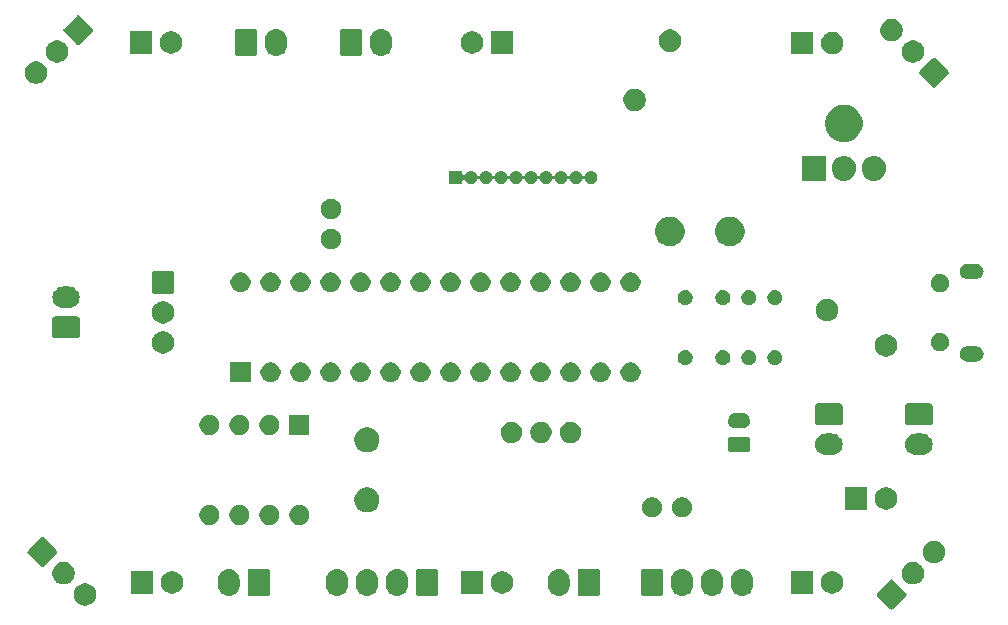
<source format=gbr>
G04 #@! TF.GenerationSoftware,KiCad,Pcbnew,5.1.5+dfsg1-2build2*
G04 #@! TF.CreationDate,2021-05-27T17:25:40+02:00*
G04 #@! TF.ProjectId,board,626f6172-642e-46b6-9963-61645f706362,rev?*
G04 #@! TF.SameCoordinates,Original*
G04 #@! TF.FileFunction,Soldermask,Top*
G04 #@! TF.FilePolarity,Negative*
%FSLAX46Y46*%
G04 Gerber Fmt 4.6, Leading zero omitted, Abs format (unit mm)*
G04 Created by KiCad (PCBNEW 5.1.5+dfsg1-2build2) date 2021-05-27 17:25:40*
%MOMM*%
%LPD*%
G04 APERTURE LIST*
%ADD10C,0.100000*%
G04 APERTURE END LIST*
D10*
G36*
X161297382Y-149616266D02*
G01*
X161329527Y-149626018D01*
X161359155Y-149641854D01*
X161389897Y-149667083D01*
X161449537Y-149726723D01*
X161449548Y-149726732D01*
X162423268Y-150700452D01*
X162423277Y-150700463D01*
X162482917Y-150760103D01*
X162508146Y-150790845D01*
X162523982Y-150820473D01*
X162533734Y-150852618D01*
X162537026Y-150886051D01*
X162533734Y-150919484D01*
X162523982Y-150951629D01*
X162508146Y-150981257D01*
X162482917Y-151011999D01*
X162423277Y-151071639D01*
X162423268Y-151071650D01*
X161449548Y-152045370D01*
X161449537Y-152045379D01*
X161389897Y-152105019D01*
X161359155Y-152130248D01*
X161329527Y-152146084D01*
X161297382Y-152155836D01*
X161263949Y-152159128D01*
X161230516Y-152155836D01*
X161198371Y-152146084D01*
X161168743Y-152130248D01*
X161138001Y-152105019D01*
X161078361Y-152045379D01*
X161078350Y-152045370D01*
X160104630Y-151071650D01*
X160104621Y-151071639D01*
X160044981Y-151011999D01*
X160019752Y-150981257D01*
X160003916Y-150951629D01*
X159994164Y-150919484D01*
X159990872Y-150886051D01*
X159994164Y-150852618D01*
X160003916Y-150820473D01*
X160019752Y-150790845D01*
X160044981Y-150760103D01*
X160104621Y-150700463D01*
X160104630Y-150700452D01*
X161078350Y-149726732D01*
X161078361Y-149726723D01*
X161138001Y-149667083D01*
X161168743Y-149641854D01*
X161198371Y-149626018D01*
X161230516Y-149616266D01*
X161263949Y-149612974D01*
X161297382Y-149616266D01*
G37*
G36*
X93233446Y-149971597D02*
G01*
X93406517Y-150043285D01*
X93406518Y-150043286D01*
X93562278Y-150147361D01*
X93694741Y-150279824D01*
X93694742Y-150279826D01*
X93798817Y-150435585D01*
X93870505Y-150608656D01*
X93907051Y-150792384D01*
X93907051Y-150979718D01*
X93870505Y-151163446D01*
X93798817Y-151336517D01*
X93798816Y-151336518D01*
X93694741Y-151492278D01*
X93562278Y-151624741D01*
X93483869Y-151677132D01*
X93406517Y-151728817D01*
X93233446Y-151800505D01*
X93049718Y-151837051D01*
X92862384Y-151837051D01*
X92678656Y-151800505D01*
X92505585Y-151728817D01*
X92428233Y-151677132D01*
X92349824Y-151624741D01*
X92217361Y-151492278D01*
X92113286Y-151336518D01*
X92113285Y-151336517D01*
X92041597Y-151163446D01*
X92005051Y-150979718D01*
X92005051Y-150792384D01*
X92041597Y-150608656D01*
X92113285Y-150435585D01*
X92217360Y-150279826D01*
X92217361Y-150279824D01*
X92349824Y-150147361D01*
X92505584Y-150043286D01*
X92505585Y-150043285D01*
X92678656Y-149971597D01*
X92862384Y-149935051D01*
X93049718Y-149935051D01*
X93233446Y-149971597D01*
G37*
G36*
X148770547Y-148722326D02*
G01*
X148944156Y-148774990D01*
X148944158Y-148774991D01*
X149104155Y-148860511D01*
X149244397Y-148975603D01*
X149323729Y-149072271D01*
X149359489Y-149115844D01*
X149445010Y-149275843D01*
X149497674Y-149449452D01*
X149511000Y-149584756D01*
X149511000Y-150135243D01*
X149497674Y-150270548D01*
X149445010Y-150444157D01*
X149359489Y-150604156D01*
X149323729Y-150647729D01*
X149244397Y-150744397D01*
X149163240Y-150811000D01*
X149104156Y-150859489D01*
X148944157Y-150945010D01*
X148770548Y-150997674D01*
X148590000Y-151015456D01*
X148409453Y-150997674D01*
X148235844Y-150945010D01*
X148075845Y-150859489D01*
X148016761Y-150811000D01*
X147935604Y-150744397D01*
X147820513Y-150604157D01*
X147820512Y-150604155D01*
X147734990Y-150444157D01*
X147682326Y-150270548D01*
X147669000Y-150135244D01*
X147669000Y-149584757D01*
X147682326Y-149449453D01*
X147734990Y-149275844D01*
X147820511Y-149115845D01*
X147820513Y-149115843D01*
X147935603Y-148975603D01*
X148061388Y-148872375D01*
X148075844Y-148860511D01*
X148235843Y-148774990D01*
X148409452Y-148722326D01*
X148590000Y-148704544D01*
X148770547Y-148722326D01*
G37*
G36*
X119560548Y-148722326D02*
G01*
X119734157Y-148774990D01*
X119894156Y-148860511D01*
X119908612Y-148872375D01*
X120034397Y-148975603D01*
X120113729Y-149072271D01*
X120149489Y-149115844D01*
X120235010Y-149275843D01*
X120287674Y-149449452D01*
X120301000Y-149584757D01*
X120301000Y-150135244D01*
X120287674Y-150270548D01*
X120235010Y-150444157D01*
X120149489Y-150604156D01*
X120113729Y-150647729D01*
X120034397Y-150744397D01*
X119902527Y-150852618D01*
X119894155Y-150859489D01*
X119734156Y-150945010D01*
X119560547Y-150997674D01*
X119380000Y-151015456D01*
X119199452Y-150997674D01*
X119025843Y-150945010D01*
X118865844Y-150859489D01*
X118806760Y-150811000D01*
X118725603Y-150744397D01*
X118610511Y-150604155D01*
X118524991Y-150444158D01*
X118484436Y-150310467D01*
X118472326Y-150270547D01*
X118459000Y-150135243D01*
X118459000Y-149584756D01*
X118472326Y-149449452D01*
X118524990Y-149275843D01*
X118610512Y-149115844D01*
X118620832Y-149103269D01*
X118725604Y-148975603D01*
X118851389Y-148872375D01*
X118865845Y-148860511D01*
X119025844Y-148774990D01*
X119199453Y-148722326D01*
X119380000Y-148704544D01*
X119560548Y-148722326D01*
G37*
G36*
X133260548Y-148722326D02*
G01*
X133434157Y-148774990D01*
X133594156Y-148860511D01*
X133608612Y-148872375D01*
X133734397Y-148975603D01*
X133813729Y-149072271D01*
X133849489Y-149115844D01*
X133935010Y-149275843D01*
X133987674Y-149449452D01*
X134001000Y-149584757D01*
X134001000Y-150135244D01*
X133987674Y-150270548D01*
X133935010Y-150444157D01*
X133849489Y-150604156D01*
X133813729Y-150647729D01*
X133734397Y-150744397D01*
X133602527Y-150852618D01*
X133594155Y-150859489D01*
X133434156Y-150945010D01*
X133260547Y-150997674D01*
X133080000Y-151015456D01*
X132899452Y-150997674D01*
X132725843Y-150945010D01*
X132565844Y-150859489D01*
X132506760Y-150811000D01*
X132425603Y-150744397D01*
X132310511Y-150604155D01*
X132224991Y-150444158D01*
X132184436Y-150310467D01*
X132172326Y-150270547D01*
X132159000Y-150135243D01*
X132159000Y-149584756D01*
X132172326Y-149449452D01*
X132224990Y-149275843D01*
X132310512Y-149115844D01*
X132320832Y-149103269D01*
X132425604Y-148975603D01*
X132551389Y-148872375D01*
X132565845Y-148860511D01*
X132725844Y-148774990D01*
X132899453Y-148722326D01*
X133080000Y-148704544D01*
X133260548Y-148722326D01*
G37*
G36*
X105320548Y-148722326D02*
G01*
X105494157Y-148774990D01*
X105654156Y-148860511D01*
X105668612Y-148872375D01*
X105794397Y-148975603D01*
X105873729Y-149072271D01*
X105909489Y-149115844D01*
X105995010Y-149275843D01*
X106047674Y-149449452D01*
X106061000Y-149584757D01*
X106061000Y-150135244D01*
X106047674Y-150270548D01*
X105995010Y-150444157D01*
X105909489Y-150604156D01*
X105873729Y-150647729D01*
X105794397Y-150744397D01*
X105662527Y-150852618D01*
X105654155Y-150859489D01*
X105494156Y-150945010D01*
X105320547Y-150997674D01*
X105140000Y-151015456D01*
X104959452Y-150997674D01*
X104785843Y-150945010D01*
X104625844Y-150859489D01*
X104566760Y-150811000D01*
X104485603Y-150744397D01*
X104370511Y-150604155D01*
X104284991Y-150444158D01*
X104244436Y-150310467D01*
X104232326Y-150270547D01*
X104219000Y-150135243D01*
X104219000Y-149584756D01*
X104232326Y-149449452D01*
X104284990Y-149275843D01*
X104370512Y-149115844D01*
X104380832Y-149103269D01*
X104485604Y-148975603D01*
X104611389Y-148872375D01*
X104625845Y-148860511D01*
X104785844Y-148774990D01*
X104959453Y-148722326D01*
X105140000Y-148704544D01*
X105320548Y-148722326D01*
G37*
G36*
X117020548Y-148722326D02*
G01*
X117194157Y-148774990D01*
X117354156Y-148860511D01*
X117368612Y-148872375D01*
X117494397Y-148975603D01*
X117573729Y-149072271D01*
X117609489Y-149115844D01*
X117695010Y-149275843D01*
X117747674Y-149449452D01*
X117761000Y-149584757D01*
X117761000Y-150135244D01*
X117747674Y-150270548D01*
X117695010Y-150444157D01*
X117609489Y-150604156D01*
X117573729Y-150647729D01*
X117494397Y-150744397D01*
X117362527Y-150852618D01*
X117354155Y-150859489D01*
X117194156Y-150945010D01*
X117020547Y-150997674D01*
X116840000Y-151015456D01*
X116659452Y-150997674D01*
X116485843Y-150945010D01*
X116325844Y-150859489D01*
X116266760Y-150811000D01*
X116185603Y-150744397D01*
X116070511Y-150604155D01*
X115984991Y-150444158D01*
X115944436Y-150310467D01*
X115932326Y-150270547D01*
X115919000Y-150135243D01*
X115919000Y-149584756D01*
X115932326Y-149449452D01*
X115984990Y-149275843D01*
X116070512Y-149115844D01*
X116080832Y-149103269D01*
X116185604Y-148975603D01*
X116311389Y-148872375D01*
X116325845Y-148860511D01*
X116485844Y-148774990D01*
X116659453Y-148722326D01*
X116840000Y-148704544D01*
X117020548Y-148722326D01*
G37*
G36*
X143690547Y-148722326D02*
G01*
X143864156Y-148774990D01*
X143864158Y-148774991D01*
X144024155Y-148860511D01*
X144164397Y-148975603D01*
X144243729Y-149072271D01*
X144279489Y-149115844D01*
X144365010Y-149275843D01*
X144417674Y-149449452D01*
X144431000Y-149584756D01*
X144431000Y-150135243D01*
X144417674Y-150270548D01*
X144365010Y-150444157D01*
X144279489Y-150604156D01*
X144243729Y-150647729D01*
X144164397Y-150744397D01*
X144083240Y-150811000D01*
X144024156Y-150859489D01*
X143864157Y-150945010D01*
X143690548Y-150997674D01*
X143510000Y-151015456D01*
X143329453Y-150997674D01*
X143155844Y-150945010D01*
X142995845Y-150859489D01*
X142936761Y-150811000D01*
X142855604Y-150744397D01*
X142740513Y-150604157D01*
X142740512Y-150604155D01*
X142654990Y-150444157D01*
X142602326Y-150270548D01*
X142589000Y-150135244D01*
X142589000Y-149584757D01*
X142602326Y-149449453D01*
X142654990Y-149275844D01*
X142740511Y-149115845D01*
X142740513Y-149115843D01*
X142855603Y-148975603D01*
X142981388Y-148872375D01*
X142995844Y-148860511D01*
X143155843Y-148774990D01*
X143329452Y-148722326D01*
X143510000Y-148704544D01*
X143690547Y-148722326D01*
G37*
G36*
X146230547Y-148722326D02*
G01*
X146404156Y-148774990D01*
X146404158Y-148774991D01*
X146564155Y-148860511D01*
X146704397Y-148975603D01*
X146783729Y-149072271D01*
X146819489Y-149115844D01*
X146905010Y-149275843D01*
X146957674Y-149449452D01*
X146971000Y-149584756D01*
X146971000Y-150135243D01*
X146957674Y-150270548D01*
X146905010Y-150444157D01*
X146819489Y-150604156D01*
X146783729Y-150647729D01*
X146704397Y-150744397D01*
X146623240Y-150811000D01*
X146564156Y-150859489D01*
X146404157Y-150945010D01*
X146230548Y-150997674D01*
X146050000Y-151015456D01*
X145869453Y-150997674D01*
X145695844Y-150945010D01*
X145535845Y-150859489D01*
X145476761Y-150811000D01*
X145395604Y-150744397D01*
X145280513Y-150604157D01*
X145280512Y-150604155D01*
X145194990Y-150444157D01*
X145142326Y-150270548D01*
X145129000Y-150135244D01*
X145129000Y-149584757D01*
X145142326Y-149449453D01*
X145194990Y-149275844D01*
X145280511Y-149115845D01*
X145280513Y-149115843D01*
X145395603Y-148975603D01*
X145521388Y-148872375D01*
X145535844Y-148860511D01*
X145695843Y-148774990D01*
X145869452Y-148722326D01*
X146050000Y-148704544D01*
X146230547Y-148722326D01*
G37*
G36*
X114480548Y-148722326D02*
G01*
X114654157Y-148774990D01*
X114814156Y-148860511D01*
X114828612Y-148872375D01*
X114954397Y-148975603D01*
X115033729Y-149072271D01*
X115069489Y-149115844D01*
X115155010Y-149275843D01*
X115207674Y-149449452D01*
X115221000Y-149584757D01*
X115221000Y-150135244D01*
X115207674Y-150270548D01*
X115155010Y-150444157D01*
X115069489Y-150604156D01*
X115033729Y-150647729D01*
X114954397Y-150744397D01*
X114822527Y-150852618D01*
X114814155Y-150859489D01*
X114654156Y-150945010D01*
X114480547Y-150997674D01*
X114300000Y-151015456D01*
X114119452Y-150997674D01*
X113945843Y-150945010D01*
X113785844Y-150859489D01*
X113726760Y-150811000D01*
X113645603Y-150744397D01*
X113530511Y-150604155D01*
X113444991Y-150444158D01*
X113404436Y-150310467D01*
X113392326Y-150270547D01*
X113379000Y-150135243D01*
X113379000Y-149584756D01*
X113392326Y-149449452D01*
X113444990Y-149275843D01*
X113530512Y-149115844D01*
X113540832Y-149103269D01*
X113645604Y-148975603D01*
X113771389Y-148872375D01*
X113785845Y-148860511D01*
X113945844Y-148774990D01*
X114119453Y-148722326D01*
X114300000Y-148704544D01*
X114480548Y-148722326D01*
G37*
G36*
X108459561Y-148712966D02*
G01*
X108492383Y-148722923D01*
X108522632Y-148739092D01*
X108549148Y-148760852D01*
X108570908Y-148787368D01*
X108587077Y-148817617D01*
X108597034Y-148850439D01*
X108601000Y-148890713D01*
X108601000Y-150829287D01*
X108597034Y-150869561D01*
X108587077Y-150902383D01*
X108570908Y-150932632D01*
X108549148Y-150959148D01*
X108522632Y-150980908D01*
X108492383Y-150997077D01*
X108459561Y-151007034D01*
X108419287Y-151011000D01*
X106940713Y-151011000D01*
X106900439Y-151007034D01*
X106867617Y-150997077D01*
X106837368Y-150980908D01*
X106810852Y-150959148D01*
X106789092Y-150932632D01*
X106772923Y-150902383D01*
X106762966Y-150869561D01*
X106759000Y-150829287D01*
X106759000Y-148890713D01*
X106762966Y-148850439D01*
X106772923Y-148817617D01*
X106789092Y-148787368D01*
X106810852Y-148760852D01*
X106837368Y-148739092D01*
X106867617Y-148722923D01*
X106900439Y-148712966D01*
X106940713Y-148709000D01*
X108419287Y-148709000D01*
X108459561Y-148712966D01*
G37*
G36*
X122699561Y-148712966D02*
G01*
X122732383Y-148722923D01*
X122762632Y-148739092D01*
X122789148Y-148760852D01*
X122810908Y-148787368D01*
X122827077Y-148817617D01*
X122837034Y-148850439D01*
X122841000Y-148890713D01*
X122841000Y-150829287D01*
X122837034Y-150869561D01*
X122827077Y-150902383D01*
X122810908Y-150932632D01*
X122789148Y-150959148D01*
X122762632Y-150980908D01*
X122732383Y-150997077D01*
X122699561Y-151007034D01*
X122659287Y-151011000D01*
X121180713Y-151011000D01*
X121140439Y-151007034D01*
X121107617Y-150997077D01*
X121077368Y-150980908D01*
X121050852Y-150959148D01*
X121029092Y-150932632D01*
X121012923Y-150902383D01*
X121002966Y-150869561D01*
X120999000Y-150829287D01*
X120999000Y-148890713D01*
X121002966Y-148850439D01*
X121012923Y-148817617D01*
X121029092Y-148787368D01*
X121050852Y-148760852D01*
X121077368Y-148739092D01*
X121107617Y-148722923D01*
X121140439Y-148712966D01*
X121180713Y-148709000D01*
X122659287Y-148709000D01*
X122699561Y-148712966D01*
G37*
G36*
X136399561Y-148712966D02*
G01*
X136432383Y-148722923D01*
X136462632Y-148739092D01*
X136489148Y-148760852D01*
X136510908Y-148787368D01*
X136527077Y-148817617D01*
X136537034Y-148850439D01*
X136541000Y-148890713D01*
X136541000Y-150829287D01*
X136537034Y-150869561D01*
X136527077Y-150902383D01*
X136510908Y-150932632D01*
X136489148Y-150959148D01*
X136462632Y-150980908D01*
X136432383Y-150997077D01*
X136399561Y-151007034D01*
X136359287Y-151011000D01*
X134880713Y-151011000D01*
X134840439Y-151007034D01*
X134807617Y-150997077D01*
X134777368Y-150980908D01*
X134750852Y-150959148D01*
X134729092Y-150932632D01*
X134712923Y-150902383D01*
X134702966Y-150869561D01*
X134699000Y-150829287D01*
X134699000Y-148890713D01*
X134702966Y-148850439D01*
X134712923Y-148817617D01*
X134729092Y-148787368D01*
X134750852Y-148760852D01*
X134777368Y-148739092D01*
X134807617Y-148722923D01*
X134840439Y-148712966D01*
X134880713Y-148709000D01*
X136359287Y-148709000D01*
X136399561Y-148712966D01*
G37*
G36*
X141749561Y-148712966D02*
G01*
X141782383Y-148722923D01*
X141812632Y-148739092D01*
X141839148Y-148760852D01*
X141860908Y-148787368D01*
X141877077Y-148817617D01*
X141887034Y-148850439D01*
X141891000Y-148890713D01*
X141891000Y-150829287D01*
X141887034Y-150869561D01*
X141877077Y-150902383D01*
X141860908Y-150932632D01*
X141839148Y-150959148D01*
X141812632Y-150980908D01*
X141782383Y-150997077D01*
X141749561Y-151007034D01*
X141709287Y-151011000D01*
X140230713Y-151011000D01*
X140190439Y-151007034D01*
X140157617Y-150997077D01*
X140127368Y-150980908D01*
X140100852Y-150959148D01*
X140079092Y-150932632D01*
X140062923Y-150902383D01*
X140052966Y-150869561D01*
X140049000Y-150829287D01*
X140049000Y-148890713D01*
X140052966Y-148850439D01*
X140062923Y-148817617D01*
X140079092Y-148787368D01*
X140100852Y-148760852D01*
X140127368Y-148739092D01*
X140157617Y-148722923D01*
X140190439Y-148712966D01*
X140230713Y-148709000D01*
X141709287Y-148709000D01*
X141749561Y-148712966D01*
G37*
G36*
X154621000Y-150811000D02*
G01*
X152719000Y-150811000D01*
X152719000Y-148909000D01*
X154621000Y-148909000D01*
X154621000Y-150811000D01*
G37*
G36*
X156487395Y-148945546D02*
G01*
X156660466Y-149017234D01*
X156660467Y-149017235D01*
X156816227Y-149121310D01*
X156948690Y-149253773D01*
X156963437Y-149275844D01*
X157052766Y-149409534D01*
X157124454Y-149582605D01*
X157161000Y-149766333D01*
X157161000Y-149953667D01*
X157124454Y-150137395D01*
X157052766Y-150310466D01*
X157052765Y-150310467D01*
X156948690Y-150466227D01*
X156816227Y-150598690D01*
X156737818Y-150651081D01*
X156660466Y-150702766D01*
X156487395Y-150774454D01*
X156303667Y-150811000D01*
X156116333Y-150811000D01*
X155932605Y-150774454D01*
X155759534Y-150702766D01*
X155682182Y-150651081D01*
X155603773Y-150598690D01*
X155471310Y-150466227D01*
X155367235Y-150310467D01*
X155367234Y-150310466D01*
X155295546Y-150137395D01*
X155259000Y-149953667D01*
X155259000Y-149766333D01*
X155295546Y-149582605D01*
X155367234Y-149409534D01*
X155456563Y-149275844D01*
X155471310Y-149253773D01*
X155603773Y-149121310D01*
X155759533Y-149017235D01*
X155759534Y-149017234D01*
X155932605Y-148945546D01*
X156116333Y-148909000D01*
X156303667Y-148909000D01*
X156487395Y-148945546D01*
G37*
G36*
X126681000Y-150811000D02*
G01*
X124779000Y-150811000D01*
X124779000Y-148909000D01*
X126681000Y-148909000D01*
X126681000Y-150811000D01*
G37*
G36*
X100607395Y-148945546D02*
G01*
X100780466Y-149017234D01*
X100780467Y-149017235D01*
X100936227Y-149121310D01*
X101068690Y-149253773D01*
X101083437Y-149275844D01*
X101172766Y-149409534D01*
X101244454Y-149582605D01*
X101281000Y-149766333D01*
X101281000Y-149953667D01*
X101244454Y-150137395D01*
X101172766Y-150310466D01*
X101172765Y-150310467D01*
X101068690Y-150466227D01*
X100936227Y-150598690D01*
X100857818Y-150651081D01*
X100780466Y-150702766D01*
X100607395Y-150774454D01*
X100423667Y-150811000D01*
X100236333Y-150811000D01*
X100052605Y-150774454D01*
X99879534Y-150702766D01*
X99802182Y-150651081D01*
X99723773Y-150598690D01*
X99591310Y-150466227D01*
X99487235Y-150310467D01*
X99487234Y-150310466D01*
X99415546Y-150137395D01*
X99379000Y-149953667D01*
X99379000Y-149766333D01*
X99415546Y-149582605D01*
X99487234Y-149409534D01*
X99576563Y-149275844D01*
X99591310Y-149253773D01*
X99723773Y-149121310D01*
X99879533Y-149017235D01*
X99879534Y-149017234D01*
X100052605Y-148945546D01*
X100236333Y-148909000D01*
X100423667Y-148909000D01*
X100607395Y-148945546D01*
G37*
G36*
X98741000Y-150811000D02*
G01*
X96839000Y-150811000D01*
X96839000Y-148909000D01*
X98741000Y-148909000D01*
X98741000Y-150811000D01*
G37*
G36*
X128547395Y-148945546D02*
G01*
X128720466Y-149017234D01*
X128720467Y-149017235D01*
X128876227Y-149121310D01*
X129008690Y-149253773D01*
X129023437Y-149275844D01*
X129112766Y-149409534D01*
X129184454Y-149582605D01*
X129221000Y-149766333D01*
X129221000Y-149953667D01*
X129184454Y-150137395D01*
X129112766Y-150310466D01*
X129112765Y-150310467D01*
X129008690Y-150466227D01*
X128876227Y-150598690D01*
X128797818Y-150651081D01*
X128720466Y-150702766D01*
X128547395Y-150774454D01*
X128363667Y-150811000D01*
X128176333Y-150811000D01*
X127992605Y-150774454D01*
X127819534Y-150702766D01*
X127742182Y-150651081D01*
X127663773Y-150598690D01*
X127531310Y-150466227D01*
X127427235Y-150310467D01*
X127427234Y-150310466D01*
X127355546Y-150137395D01*
X127319000Y-149953667D01*
X127319000Y-149766333D01*
X127355546Y-149582605D01*
X127427234Y-149409534D01*
X127516563Y-149275844D01*
X127531310Y-149253773D01*
X127663773Y-149121310D01*
X127819533Y-149017235D01*
X127819534Y-149017234D01*
X127992605Y-148945546D01*
X128176333Y-148909000D01*
X128363667Y-148909000D01*
X128547395Y-148945546D01*
G37*
G36*
X91437395Y-148175546D02*
G01*
X91610466Y-148247234D01*
X91610467Y-148247235D01*
X91766227Y-148351310D01*
X91898690Y-148483773D01*
X91935021Y-148538146D01*
X92002766Y-148639534D01*
X92074454Y-148812605D01*
X92111000Y-148996333D01*
X92111000Y-149183667D01*
X92074454Y-149367395D01*
X92002766Y-149540466D01*
X91973173Y-149584755D01*
X91898690Y-149696227D01*
X91766227Y-149828690D01*
X91687818Y-149881081D01*
X91610466Y-149932766D01*
X91437395Y-150004454D01*
X91253667Y-150041000D01*
X91066333Y-150041000D01*
X90882605Y-150004454D01*
X90709534Y-149932766D01*
X90632182Y-149881081D01*
X90553773Y-149828690D01*
X90421310Y-149696227D01*
X90346827Y-149584755D01*
X90317234Y-149540466D01*
X90245546Y-149367395D01*
X90209000Y-149183667D01*
X90209000Y-148996333D01*
X90245546Y-148812605D01*
X90317234Y-148639534D01*
X90384979Y-148538146D01*
X90421310Y-148483773D01*
X90553773Y-148351310D01*
X90709533Y-148247235D01*
X90709534Y-148247234D01*
X90882605Y-148175546D01*
X91066333Y-148139000D01*
X91253667Y-148139000D01*
X91437395Y-148175546D01*
G37*
G36*
X163337395Y-148175546D02*
G01*
X163510466Y-148247234D01*
X163510467Y-148247235D01*
X163666227Y-148351310D01*
X163798690Y-148483773D01*
X163835021Y-148538146D01*
X163902766Y-148639534D01*
X163974454Y-148812605D01*
X164011000Y-148996333D01*
X164011000Y-149183667D01*
X163974454Y-149367395D01*
X163902766Y-149540466D01*
X163873173Y-149584755D01*
X163798690Y-149696227D01*
X163666227Y-149828690D01*
X163587818Y-149881081D01*
X163510466Y-149932766D01*
X163337395Y-150004454D01*
X163153667Y-150041000D01*
X162966333Y-150041000D01*
X162782605Y-150004454D01*
X162609534Y-149932766D01*
X162532182Y-149881081D01*
X162453773Y-149828690D01*
X162321310Y-149696227D01*
X162246827Y-149584755D01*
X162217234Y-149540466D01*
X162145546Y-149367395D01*
X162109000Y-149183667D01*
X162109000Y-148996333D01*
X162145546Y-148812605D01*
X162217234Y-148639534D01*
X162284979Y-148538146D01*
X162321310Y-148483773D01*
X162453773Y-148351310D01*
X162609533Y-148247235D01*
X162609534Y-148247234D01*
X162782605Y-148175546D01*
X162966333Y-148139000D01*
X163153667Y-148139000D01*
X163337395Y-148175546D01*
G37*
G36*
X89397382Y-146024164D02*
G01*
X89429527Y-146033916D01*
X89459155Y-146049752D01*
X89489897Y-146074981D01*
X89549537Y-146134621D01*
X89549548Y-146134630D01*
X90523268Y-147108350D01*
X90523277Y-147108361D01*
X90582917Y-147168001D01*
X90608146Y-147198743D01*
X90623982Y-147228371D01*
X90633734Y-147260516D01*
X90637026Y-147293949D01*
X90633734Y-147327382D01*
X90623982Y-147359527D01*
X90608146Y-147389155D01*
X90582917Y-147419897D01*
X90523277Y-147479537D01*
X90523268Y-147479548D01*
X89549548Y-148453268D01*
X89549537Y-148453277D01*
X89489897Y-148512917D01*
X89459155Y-148538146D01*
X89429527Y-148553982D01*
X89397382Y-148563734D01*
X89363949Y-148567026D01*
X89330516Y-148563734D01*
X89298371Y-148553982D01*
X89268743Y-148538146D01*
X89238001Y-148512917D01*
X89178361Y-148453277D01*
X89178350Y-148453268D01*
X88204630Y-147479548D01*
X88204621Y-147479537D01*
X88144981Y-147419897D01*
X88119752Y-147389155D01*
X88103916Y-147359527D01*
X88094164Y-147327382D01*
X88090872Y-147293949D01*
X88094164Y-147260516D01*
X88103916Y-147228371D01*
X88119752Y-147198743D01*
X88144981Y-147168001D01*
X88204621Y-147108361D01*
X88204630Y-147108350D01*
X89178350Y-146134630D01*
X89178361Y-146134621D01*
X89238001Y-146074981D01*
X89268743Y-146049752D01*
X89298371Y-146033916D01*
X89330516Y-146024164D01*
X89363949Y-146020872D01*
X89397382Y-146024164D01*
G37*
G36*
X165133446Y-146379495D02*
G01*
X165306517Y-146451183D01*
X165306518Y-146451184D01*
X165462278Y-146555259D01*
X165594741Y-146687722D01*
X165594742Y-146687724D01*
X165698817Y-146843483D01*
X165770505Y-147016554D01*
X165807051Y-147200282D01*
X165807051Y-147387616D01*
X165770505Y-147571344D01*
X165698817Y-147744415D01*
X165698816Y-147744416D01*
X165594741Y-147900176D01*
X165462278Y-148032639D01*
X165383869Y-148085030D01*
X165306517Y-148136715D01*
X165133446Y-148208403D01*
X164949718Y-148244949D01*
X164762384Y-148244949D01*
X164578656Y-148208403D01*
X164405585Y-148136715D01*
X164328233Y-148085030D01*
X164249824Y-148032639D01*
X164117361Y-147900176D01*
X164013286Y-147744416D01*
X164013285Y-147744415D01*
X163941597Y-147571344D01*
X163905051Y-147387616D01*
X163905051Y-147200282D01*
X163941597Y-147016554D01*
X164013285Y-146843483D01*
X164117360Y-146687724D01*
X164117361Y-146687722D01*
X164249824Y-146555259D01*
X164405584Y-146451184D01*
X164405585Y-146451183D01*
X164578656Y-146379495D01*
X164762384Y-146342949D01*
X164949718Y-146342949D01*
X165133446Y-146379495D01*
G37*
G36*
X103753228Y-143326703D02*
G01*
X103908100Y-143390853D01*
X104047481Y-143483985D01*
X104166015Y-143602519D01*
X104259147Y-143741900D01*
X104323297Y-143896772D01*
X104356000Y-144061184D01*
X104356000Y-144228816D01*
X104323297Y-144393228D01*
X104259147Y-144548100D01*
X104166015Y-144687481D01*
X104047481Y-144806015D01*
X103908100Y-144899147D01*
X103753228Y-144963297D01*
X103588816Y-144996000D01*
X103421184Y-144996000D01*
X103256772Y-144963297D01*
X103101900Y-144899147D01*
X102962519Y-144806015D01*
X102843985Y-144687481D01*
X102750853Y-144548100D01*
X102686703Y-144393228D01*
X102654000Y-144228816D01*
X102654000Y-144061184D01*
X102686703Y-143896772D01*
X102750853Y-143741900D01*
X102843985Y-143602519D01*
X102962519Y-143483985D01*
X103101900Y-143390853D01*
X103256772Y-143326703D01*
X103421184Y-143294000D01*
X103588816Y-143294000D01*
X103753228Y-143326703D01*
G37*
G36*
X106293228Y-143326703D02*
G01*
X106448100Y-143390853D01*
X106587481Y-143483985D01*
X106706015Y-143602519D01*
X106799147Y-143741900D01*
X106863297Y-143896772D01*
X106896000Y-144061184D01*
X106896000Y-144228816D01*
X106863297Y-144393228D01*
X106799147Y-144548100D01*
X106706015Y-144687481D01*
X106587481Y-144806015D01*
X106448100Y-144899147D01*
X106293228Y-144963297D01*
X106128816Y-144996000D01*
X105961184Y-144996000D01*
X105796772Y-144963297D01*
X105641900Y-144899147D01*
X105502519Y-144806015D01*
X105383985Y-144687481D01*
X105290853Y-144548100D01*
X105226703Y-144393228D01*
X105194000Y-144228816D01*
X105194000Y-144061184D01*
X105226703Y-143896772D01*
X105290853Y-143741900D01*
X105383985Y-143602519D01*
X105502519Y-143483985D01*
X105641900Y-143390853D01*
X105796772Y-143326703D01*
X105961184Y-143294000D01*
X106128816Y-143294000D01*
X106293228Y-143326703D01*
G37*
G36*
X108833228Y-143326703D02*
G01*
X108988100Y-143390853D01*
X109127481Y-143483985D01*
X109246015Y-143602519D01*
X109339147Y-143741900D01*
X109403297Y-143896772D01*
X109436000Y-144061184D01*
X109436000Y-144228816D01*
X109403297Y-144393228D01*
X109339147Y-144548100D01*
X109246015Y-144687481D01*
X109127481Y-144806015D01*
X108988100Y-144899147D01*
X108833228Y-144963297D01*
X108668816Y-144996000D01*
X108501184Y-144996000D01*
X108336772Y-144963297D01*
X108181900Y-144899147D01*
X108042519Y-144806015D01*
X107923985Y-144687481D01*
X107830853Y-144548100D01*
X107766703Y-144393228D01*
X107734000Y-144228816D01*
X107734000Y-144061184D01*
X107766703Y-143896772D01*
X107830853Y-143741900D01*
X107923985Y-143602519D01*
X108042519Y-143483985D01*
X108181900Y-143390853D01*
X108336772Y-143326703D01*
X108501184Y-143294000D01*
X108668816Y-143294000D01*
X108833228Y-143326703D01*
G37*
G36*
X111373228Y-143326703D02*
G01*
X111528100Y-143390853D01*
X111667481Y-143483985D01*
X111786015Y-143602519D01*
X111879147Y-143741900D01*
X111943297Y-143896772D01*
X111976000Y-144061184D01*
X111976000Y-144228816D01*
X111943297Y-144393228D01*
X111879147Y-144548100D01*
X111786015Y-144687481D01*
X111667481Y-144806015D01*
X111528100Y-144899147D01*
X111373228Y-144963297D01*
X111208816Y-144996000D01*
X111041184Y-144996000D01*
X110876772Y-144963297D01*
X110721900Y-144899147D01*
X110582519Y-144806015D01*
X110463985Y-144687481D01*
X110370853Y-144548100D01*
X110306703Y-144393228D01*
X110274000Y-144228816D01*
X110274000Y-144061184D01*
X110306703Y-143896772D01*
X110370853Y-143741900D01*
X110463985Y-143602519D01*
X110582519Y-143483985D01*
X110721900Y-143390853D01*
X110876772Y-143326703D01*
X111041184Y-143294000D01*
X111208816Y-143294000D01*
X111373228Y-143326703D01*
G37*
G36*
X143758228Y-142691703D02*
G01*
X143913100Y-142755853D01*
X144052481Y-142848985D01*
X144171015Y-142967519D01*
X144264147Y-143106900D01*
X144328297Y-143261772D01*
X144361000Y-143426184D01*
X144361000Y-143593816D01*
X144328297Y-143758228D01*
X144264147Y-143913100D01*
X144171015Y-144052481D01*
X144052481Y-144171015D01*
X143913100Y-144264147D01*
X143758228Y-144328297D01*
X143593816Y-144361000D01*
X143426184Y-144361000D01*
X143261772Y-144328297D01*
X143106900Y-144264147D01*
X142967519Y-144171015D01*
X142848985Y-144052481D01*
X142755853Y-143913100D01*
X142691703Y-143758228D01*
X142659000Y-143593816D01*
X142659000Y-143426184D01*
X142691703Y-143261772D01*
X142755853Y-143106900D01*
X142848985Y-142967519D01*
X142967519Y-142848985D01*
X143106900Y-142755853D01*
X143261772Y-142691703D01*
X143426184Y-142659000D01*
X143593816Y-142659000D01*
X143758228Y-142691703D01*
G37*
G36*
X141218228Y-142691703D02*
G01*
X141373100Y-142755853D01*
X141512481Y-142848985D01*
X141631015Y-142967519D01*
X141724147Y-143106900D01*
X141788297Y-143261772D01*
X141821000Y-143426184D01*
X141821000Y-143593816D01*
X141788297Y-143758228D01*
X141724147Y-143913100D01*
X141631015Y-144052481D01*
X141512481Y-144171015D01*
X141373100Y-144264147D01*
X141218228Y-144328297D01*
X141053816Y-144361000D01*
X140886184Y-144361000D01*
X140721772Y-144328297D01*
X140566900Y-144264147D01*
X140427519Y-144171015D01*
X140308985Y-144052481D01*
X140215853Y-143913100D01*
X140151703Y-143758228D01*
X140119000Y-143593816D01*
X140119000Y-143426184D01*
X140151703Y-143261772D01*
X140215853Y-143106900D01*
X140308985Y-142967519D01*
X140427519Y-142848985D01*
X140566900Y-142755853D01*
X140721772Y-142691703D01*
X140886184Y-142659000D01*
X141053816Y-142659000D01*
X141218228Y-142691703D01*
G37*
G36*
X117146564Y-141864389D02*
G01*
X117337833Y-141943615D01*
X117337835Y-141943616D01*
X117509973Y-142058635D01*
X117656365Y-142205027D01*
X117718176Y-142297533D01*
X117771385Y-142377167D01*
X117850611Y-142568436D01*
X117891000Y-142771484D01*
X117891000Y-142978516D01*
X117850611Y-143181564D01*
X117779092Y-143354227D01*
X117771384Y-143372835D01*
X117656365Y-143544973D01*
X117509973Y-143691365D01*
X117337835Y-143806384D01*
X117337834Y-143806385D01*
X117337833Y-143806385D01*
X117146564Y-143885611D01*
X116943516Y-143926000D01*
X116736484Y-143926000D01*
X116533436Y-143885611D01*
X116342167Y-143806385D01*
X116342166Y-143806385D01*
X116342165Y-143806384D01*
X116170027Y-143691365D01*
X116023635Y-143544973D01*
X115908616Y-143372835D01*
X115900908Y-143354227D01*
X115829389Y-143181564D01*
X115789000Y-142978516D01*
X115789000Y-142771484D01*
X115829389Y-142568436D01*
X115908615Y-142377167D01*
X115961825Y-142297533D01*
X116023635Y-142205027D01*
X116170027Y-142058635D01*
X116342165Y-141943616D01*
X116342167Y-141943615D01*
X116533436Y-141864389D01*
X116736484Y-141824000D01*
X116943516Y-141824000D01*
X117146564Y-141864389D01*
G37*
G36*
X161059395Y-141833546D02*
G01*
X161232466Y-141905234D01*
X161232467Y-141905235D01*
X161388227Y-142009310D01*
X161520690Y-142141773D01*
X161520691Y-142141775D01*
X161624766Y-142297534D01*
X161696454Y-142470605D01*
X161733000Y-142654333D01*
X161733000Y-142841667D01*
X161696454Y-143025395D01*
X161624766Y-143198466D01*
X161624765Y-143198467D01*
X161520690Y-143354227D01*
X161388227Y-143486690D01*
X161309818Y-143539081D01*
X161232466Y-143590766D01*
X161059395Y-143662454D01*
X160875667Y-143699000D01*
X160688333Y-143699000D01*
X160504605Y-143662454D01*
X160331534Y-143590766D01*
X160254182Y-143539081D01*
X160175773Y-143486690D01*
X160043310Y-143354227D01*
X159939235Y-143198467D01*
X159939234Y-143198466D01*
X159867546Y-143025395D01*
X159831000Y-142841667D01*
X159831000Y-142654333D01*
X159867546Y-142470605D01*
X159939234Y-142297534D01*
X160043309Y-142141775D01*
X160043310Y-142141773D01*
X160175773Y-142009310D01*
X160331533Y-141905235D01*
X160331534Y-141905234D01*
X160504605Y-141833546D01*
X160688333Y-141797000D01*
X160875667Y-141797000D01*
X161059395Y-141833546D01*
G37*
G36*
X159193000Y-143699000D02*
G01*
X157291000Y-143699000D01*
X157291000Y-141797000D01*
X159193000Y-141797000D01*
X159193000Y-143699000D01*
G37*
G36*
X156276345Y-137259442D02*
G01*
X156366548Y-137268326D01*
X156540157Y-137320990D01*
X156700156Y-137406511D01*
X156743729Y-137442271D01*
X156840397Y-137521603D01*
X156919729Y-137618271D01*
X156955489Y-137661844D01*
X157041010Y-137821843D01*
X157093674Y-137995452D01*
X157111456Y-138176000D01*
X157093674Y-138356548D01*
X157041010Y-138530157D01*
X156955489Y-138690156D01*
X156925757Y-138726384D01*
X156840397Y-138830397D01*
X156743729Y-138909729D01*
X156700156Y-138945489D01*
X156540157Y-139031010D01*
X156366548Y-139083674D01*
X156276345Y-139092558D01*
X156231245Y-139097000D01*
X155680755Y-139097000D01*
X155635655Y-139092558D01*
X155545452Y-139083674D01*
X155371843Y-139031010D01*
X155211844Y-138945489D01*
X155168271Y-138909729D01*
X155071603Y-138830397D01*
X154986243Y-138726384D01*
X154956511Y-138690156D01*
X154870990Y-138530157D01*
X154818326Y-138356548D01*
X154800544Y-138176000D01*
X154818326Y-137995452D01*
X154870990Y-137821843D01*
X154956511Y-137661844D01*
X154992271Y-137618271D01*
X155071603Y-137521603D01*
X155168271Y-137442271D01*
X155211844Y-137406511D01*
X155371843Y-137320990D01*
X155545452Y-137268326D01*
X155635655Y-137259442D01*
X155680755Y-137255000D01*
X156231245Y-137255000D01*
X156276345Y-137259442D01*
G37*
G36*
X163896345Y-137259442D02*
G01*
X163986548Y-137268326D01*
X164160157Y-137320990D01*
X164320156Y-137406511D01*
X164363729Y-137442271D01*
X164460397Y-137521603D01*
X164539729Y-137618271D01*
X164575489Y-137661844D01*
X164661010Y-137821843D01*
X164713674Y-137995452D01*
X164731456Y-138176000D01*
X164713674Y-138356548D01*
X164661010Y-138530157D01*
X164575489Y-138690156D01*
X164545757Y-138726384D01*
X164460397Y-138830397D01*
X164363729Y-138909729D01*
X164320156Y-138945489D01*
X164160157Y-139031010D01*
X163986548Y-139083674D01*
X163896345Y-139092558D01*
X163851245Y-139097000D01*
X163300755Y-139097000D01*
X163255655Y-139092558D01*
X163165452Y-139083674D01*
X162991843Y-139031010D01*
X162831844Y-138945489D01*
X162788271Y-138909729D01*
X162691603Y-138830397D01*
X162606243Y-138726384D01*
X162576511Y-138690156D01*
X162490990Y-138530157D01*
X162438326Y-138356548D01*
X162420544Y-138176000D01*
X162438326Y-137995452D01*
X162490990Y-137821843D01*
X162576511Y-137661844D01*
X162612271Y-137618271D01*
X162691603Y-137521603D01*
X162788271Y-137442271D01*
X162831844Y-137406511D01*
X162991843Y-137320990D01*
X163165452Y-137268326D01*
X163255655Y-137259442D01*
X163300755Y-137255000D01*
X163851245Y-137255000D01*
X163896345Y-137259442D01*
G37*
G36*
X117146564Y-136784389D02*
G01*
X117337833Y-136863615D01*
X117337835Y-136863616D01*
X117509973Y-136978635D01*
X117656365Y-137125027D01*
X117759345Y-137279147D01*
X117771385Y-137297167D01*
X117850611Y-137488436D01*
X117891000Y-137691484D01*
X117891000Y-137898516D01*
X117850611Y-138101564D01*
X117771385Y-138292833D01*
X117771384Y-138292835D01*
X117656365Y-138464973D01*
X117509973Y-138611365D01*
X117337835Y-138726384D01*
X117337834Y-138726385D01*
X117337833Y-138726385D01*
X117146564Y-138805611D01*
X116943516Y-138846000D01*
X116736484Y-138846000D01*
X116533436Y-138805611D01*
X116342167Y-138726385D01*
X116342166Y-138726385D01*
X116342165Y-138726384D01*
X116170027Y-138611365D01*
X116023635Y-138464973D01*
X115908616Y-138292835D01*
X115908615Y-138292833D01*
X115829389Y-138101564D01*
X115789000Y-137898516D01*
X115789000Y-137691484D01*
X115829389Y-137488436D01*
X115908615Y-137297167D01*
X115920656Y-137279147D01*
X116023635Y-137125027D01*
X116170027Y-136978635D01*
X116342165Y-136863616D01*
X116342167Y-136863615D01*
X116533436Y-136784389D01*
X116736484Y-136744000D01*
X116943516Y-136744000D01*
X117146564Y-136784389D01*
G37*
G36*
X149102242Y-137529404D02*
G01*
X149139337Y-137540657D01*
X149173515Y-137558925D01*
X149203481Y-137583519D01*
X149228075Y-137613485D01*
X149246343Y-137647663D01*
X149257596Y-137684758D01*
X149262000Y-137729474D01*
X149262000Y-138622526D01*
X149257596Y-138667242D01*
X149246343Y-138704337D01*
X149228075Y-138738515D01*
X149203481Y-138768481D01*
X149173515Y-138793075D01*
X149139337Y-138811343D01*
X149102242Y-138822596D01*
X149057526Y-138827000D01*
X147614474Y-138827000D01*
X147569758Y-138822596D01*
X147532663Y-138811343D01*
X147498485Y-138793075D01*
X147468519Y-138768481D01*
X147443925Y-138738515D01*
X147425657Y-138704337D01*
X147414404Y-138667242D01*
X147410000Y-138622526D01*
X147410000Y-137729474D01*
X147414404Y-137684758D01*
X147425657Y-137647663D01*
X147443925Y-137613485D01*
X147468519Y-137583519D01*
X147498485Y-137558925D01*
X147532663Y-137540657D01*
X147569758Y-137529404D01*
X147614474Y-137525000D01*
X149057526Y-137525000D01*
X149102242Y-137529404D01*
G37*
G36*
X131683512Y-136263927D02*
G01*
X131832812Y-136293624D01*
X131996784Y-136361544D01*
X132144354Y-136460147D01*
X132269853Y-136585646D01*
X132368456Y-136733216D01*
X132436376Y-136897188D01*
X132471000Y-137071259D01*
X132471000Y-137248741D01*
X132436376Y-137422812D01*
X132368456Y-137586784D01*
X132269853Y-137734354D01*
X132144354Y-137859853D01*
X131996784Y-137958456D01*
X131832812Y-138026376D01*
X131683512Y-138056073D01*
X131658742Y-138061000D01*
X131481258Y-138061000D01*
X131456488Y-138056073D01*
X131307188Y-138026376D01*
X131143216Y-137958456D01*
X130995646Y-137859853D01*
X130870147Y-137734354D01*
X130771544Y-137586784D01*
X130703624Y-137422812D01*
X130669000Y-137248741D01*
X130669000Y-137071259D01*
X130703624Y-136897188D01*
X130771544Y-136733216D01*
X130870147Y-136585646D01*
X130995646Y-136460147D01*
X131143216Y-136361544D01*
X131307188Y-136293624D01*
X131456488Y-136263927D01*
X131481258Y-136259000D01*
X131658742Y-136259000D01*
X131683512Y-136263927D01*
G37*
G36*
X129183512Y-136263927D02*
G01*
X129332812Y-136293624D01*
X129496784Y-136361544D01*
X129644354Y-136460147D01*
X129769853Y-136585646D01*
X129868456Y-136733216D01*
X129936376Y-136897188D01*
X129971000Y-137071259D01*
X129971000Y-137248741D01*
X129936376Y-137422812D01*
X129868456Y-137586784D01*
X129769853Y-137734354D01*
X129644354Y-137859853D01*
X129496784Y-137958456D01*
X129332812Y-138026376D01*
X129183512Y-138056073D01*
X129158742Y-138061000D01*
X128981258Y-138061000D01*
X128956488Y-138056073D01*
X128807188Y-138026376D01*
X128643216Y-137958456D01*
X128495646Y-137859853D01*
X128370147Y-137734354D01*
X128271544Y-137586784D01*
X128203624Y-137422812D01*
X128169000Y-137248741D01*
X128169000Y-137071259D01*
X128203624Y-136897188D01*
X128271544Y-136733216D01*
X128370147Y-136585646D01*
X128495646Y-136460147D01*
X128643216Y-136361544D01*
X128807188Y-136293624D01*
X128956488Y-136263927D01*
X128981258Y-136259000D01*
X129158742Y-136259000D01*
X129183512Y-136263927D01*
G37*
G36*
X134183512Y-136263927D02*
G01*
X134332812Y-136293624D01*
X134496784Y-136361544D01*
X134644354Y-136460147D01*
X134769853Y-136585646D01*
X134868456Y-136733216D01*
X134936376Y-136897188D01*
X134971000Y-137071259D01*
X134971000Y-137248741D01*
X134936376Y-137422812D01*
X134868456Y-137586784D01*
X134769853Y-137734354D01*
X134644354Y-137859853D01*
X134496784Y-137958456D01*
X134332812Y-138026376D01*
X134183512Y-138056073D01*
X134158742Y-138061000D01*
X133981258Y-138061000D01*
X133956488Y-138056073D01*
X133807188Y-138026376D01*
X133643216Y-137958456D01*
X133495646Y-137859853D01*
X133370147Y-137734354D01*
X133271544Y-137586784D01*
X133203624Y-137422812D01*
X133169000Y-137248741D01*
X133169000Y-137071259D01*
X133203624Y-136897188D01*
X133271544Y-136733216D01*
X133370147Y-136585646D01*
X133495646Y-136460147D01*
X133643216Y-136361544D01*
X133807188Y-136293624D01*
X133956488Y-136263927D01*
X133981258Y-136259000D01*
X134158742Y-136259000D01*
X134183512Y-136263927D01*
G37*
G36*
X108833228Y-135706703D02*
G01*
X108988100Y-135770853D01*
X109127481Y-135863985D01*
X109246015Y-135982519D01*
X109339147Y-136121900D01*
X109403297Y-136276772D01*
X109436000Y-136441184D01*
X109436000Y-136608816D01*
X109403297Y-136773228D01*
X109339147Y-136928100D01*
X109246015Y-137067481D01*
X109127481Y-137186015D01*
X108988100Y-137279147D01*
X108833228Y-137343297D01*
X108668816Y-137376000D01*
X108501184Y-137376000D01*
X108336772Y-137343297D01*
X108181900Y-137279147D01*
X108042519Y-137186015D01*
X107923985Y-137067481D01*
X107830853Y-136928100D01*
X107766703Y-136773228D01*
X107734000Y-136608816D01*
X107734000Y-136441184D01*
X107766703Y-136276772D01*
X107830853Y-136121900D01*
X107923985Y-135982519D01*
X108042519Y-135863985D01*
X108181900Y-135770853D01*
X108336772Y-135706703D01*
X108501184Y-135674000D01*
X108668816Y-135674000D01*
X108833228Y-135706703D01*
G37*
G36*
X106293228Y-135706703D02*
G01*
X106448100Y-135770853D01*
X106587481Y-135863985D01*
X106706015Y-135982519D01*
X106799147Y-136121900D01*
X106863297Y-136276772D01*
X106896000Y-136441184D01*
X106896000Y-136608816D01*
X106863297Y-136773228D01*
X106799147Y-136928100D01*
X106706015Y-137067481D01*
X106587481Y-137186015D01*
X106448100Y-137279147D01*
X106293228Y-137343297D01*
X106128816Y-137376000D01*
X105961184Y-137376000D01*
X105796772Y-137343297D01*
X105641900Y-137279147D01*
X105502519Y-137186015D01*
X105383985Y-137067481D01*
X105290853Y-136928100D01*
X105226703Y-136773228D01*
X105194000Y-136608816D01*
X105194000Y-136441184D01*
X105226703Y-136276772D01*
X105290853Y-136121900D01*
X105383985Y-135982519D01*
X105502519Y-135863985D01*
X105641900Y-135770853D01*
X105796772Y-135706703D01*
X105961184Y-135674000D01*
X106128816Y-135674000D01*
X106293228Y-135706703D01*
G37*
G36*
X103753228Y-135706703D02*
G01*
X103908100Y-135770853D01*
X104047481Y-135863985D01*
X104166015Y-135982519D01*
X104259147Y-136121900D01*
X104323297Y-136276772D01*
X104356000Y-136441184D01*
X104356000Y-136608816D01*
X104323297Y-136773228D01*
X104259147Y-136928100D01*
X104166015Y-137067481D01*
X104047481Y-137186015D01*
X103908100Y-137279147D01*
X103753228Y-137343297D01*
X103588816Y-137376000D01*
X103421184Y-137376000D01*
X103256772Y-137343297D01*
X103101900Y-137279147D01*
X102962519Y-137186015D01*
X102843985Y-137067481D01*
X102750853Y-136928100D01*
X102686703Y-136773228D01*
X102654000Y-136608816D01*
X102654000Y-136441184D01*
X102686703Y-136276772D01*
X102750853Y-136121900D01*
X102843985Y-135982519D01*
X102962519Y-135863985D01*
X103101900Y-135770853D01*
X103256772Y-135706703D01*
X103421184Y-135674000D01*
X103588816Y-135674000D01*
X103753228Y-135706703D01*
G37*
G36*
X111976000Y-137376000D02*
G01*
X110274000Y-137376000D01*
X110274000Y-135674000D01*
X111976000Y-135674000D01*
X111976000Y-137376000D01*
G37*
G36*
X148674855Y-135528140D02*
G01*
X148738618Y-135534420D01*
X148829404Y-135561960D01*
X148861336Y-135571646D01*
X148974425Y-135632094D01*
X149073554Y-135713446D01*
X149154906Y-135812575D01*
X149215354Y-135925664D01*
X149215355Y-135925668D01*
X149252580Y-136048382D01*
X149265149Y-136176000D01*
X149252580Y-136303618D01*
X149240337Y-136343977D01*
X149215354Y-136426336D01*
X149154906Y-136539425D01*
X149073554Y-136638554D01*
X148974425Y-136719906D01*
X148861336Y-136780354D01*
X148829404Y-136790040D01*
X148738618Y-136817580D01*
X148674855Y-136823860D01*
X148642974Y-136827000D01*
X148029026Y-136827000D01*
X147997145Y-136823860D01*
X147933382Y-136817580D01*
X147842596Y-136790040D01*
X147810664Y-136780354D01*
X147697575Y-136719906D01*
X147598446Y-136638554D01*
X147517094Y-136539425D01*
X147456646Y-136426336D01*
X147431663Y-136343977D01*
X147419420Y-136303618D01*
X147406851Y-136176000D01*
X147419420Y-136048382D01*
X147456645Y-135925668D01*
X147456646Y-135925664D01*
X147517094Y-135812575D01*
X147598446Y-135713446D01*
X147697575Y-135632094D01*
X147810664Y-135571646D01*
X147842596Y-135561960D01*
X147933382Y-135534420D01*
X147997145Y-135528140D01*
X148029026Y-135525000D01*
X148642974Y-135525000D01*
X148674855Y-135528140D01*
G37*
G36*
X156965561Y-134718966D02*
G01*
X156998383Y-134728923D01*
X157028632Y-134745092D01*
X157055148Y-134766852D01*
X157076908Y-134793368D01*
X157093077Y-134823617D01*
X157103034Y-134856439D01*
X157107000Y-134896713D01*
X157107000Y-136375287D01*
X157103034Y-136415561D01*
X157093077Y-136448383D01*
X157076908Y-136478632D01*
X157055148Y-136505148D01*
X157028632Y-136526908D01*
X156998383Y-136543077D01*
X156965561Y-136553034D01*
X156925287Y-136557000D01*
X154986713Y-136557000D01*
X154946439Y-136553034D01*
X154913617Y-136543077D01*
X154883368Y-136526908D01*
X154856852Y-136505148D01*
X154835092Y-136478632D01*
X154818923Y-136448383D01*
X154808966Y-136415561D01*
X154805000Y-136375287D01*
X154805000Y-134896713D01*
X154808966Y-134856439D01*
X154818923Y-134823617D01*
X154835092Y-134793368D01*
X154856852Y-134766852D01*
X154883368Y-134745092D01*
X154913617Y-134728923D01*
X154946439Y-134718966D01*
X154986713Y-134715000D01*
X156925287Y-134715000D01*
X156965561Y-134718966D01*
G37*
G36*
X164585561Y-134718966D02*
G01*
X164618383Y-134728923D01*
X164648632Y-134745092D01*
X164675148Y-134766852D01*
X164696908Y-134793368D01*
X164713077Y-134823617D01*
X164723034Y-134856439D01*
X164727000Y-134896713D01*
X164727000Y-136375287D01*
X164723034Y-136415561D01*
X164713077Y-136448383D01*
X164696908Y-136478632D01*
X164675148Y-136505148D01*
X164648632Y-136526908D01*
X164618383Y-136543077D01*
X164585561Y-136553034D01*
X164545287Y-136557000D01*
X162606713Y-136557000D01*
X162566439Y-136553034D01*
X162533617Y-136543077D01*
X162503368Y-136526908D01*
X162476852Y-136505148D01*
X162455092Y-136478632D01*
X162438923Y-136448383D01*
X162428966Y-136415561D01*
X162425000Y-136375287D01*
X162425000Y-134896713D01*
X162428966Y-134856439D01*
X162438923Y-134823617D01*
X162455092Y-134793368D01*
X162476852Y-134766852D01*
X162503368Y-134745092D01*
X162533617Y-134728923D01*
X162566439Y-134718966D01*
X162606713Y-134715000D01*
X164545287Y-134715000D01*
X164585561Y-134718966D01*
G37*
G36*
X139408228Y-131261703D02*
G01*
X139563100Y-131325853D01*
X139702481Y-131418985D01*
X139821015Y-131537519D01*
X139914147Y-131676900D01*
X139978297Y-131831772D01*
X140011000Y-131996184D01*
X140011000Y-132163816D01*
X139978297Y-132328228D01*
X139914147Y-132483100D01*
X139821015Y-132622481D01*
X139702481Y-132741015D01*
X139563100Y-132834147D01*
X139408228Y-132898297D01*
X139243816Y-132931000D01*
X139076184Y-132931000D01*
X138911772Y-132898297D01*
X138756900Y-132834147D01*
X138617519Y-132741015D01*
X138498985Y-132622481D01*
X138405853Y-132483100D01*
X138341703Y-132328228D01*
X138309000Y-132163816D01*
X138309000Y-131996184D01*
X138341703Y-131831772D01*
X138405853Y-131676900D01*
X138498985Y-131537519D01*
X138617519Y-131418985D01*
X138756900Y-131325853D01*
X138911772Y-131261703D01*
X139076184Y-131229000D01*
X139243816Y-131229000D01*
X139408228Y-131261703D01*
G37*
G36*
X136868228Y-131261703D02*
G01*
X137023100Y-131325853D01*
X137162481Y-131418985D01*
X137281015Y-131537519D01*
X137374147Y-131676900D01*
X137438297Y-131831772D01*
X137471000Y-131996184D01*
X137471000Y-132163816D01*
X137438297Y-132328228D01*
X137374147Y-132483100D01*
X137281015Y-132622481D01*
X137162481Y-132741015D01*
X137023100Y-132834147D01*
X136868228Y-132898297D01*
X136703816Y-132931000D01*
X136536184Y-132931000D01*
X136371772Y-132898297D01*
X136216900Y-132834147D01*
X136077519Y-132741015D01*
X135958985Y-132622481D01*
X135865853Y-132483100D01*
X135801703Y-132328228D01*
X135769000Y-132163816D01*
X135769000Y-131996184D01*
X135801703Y-131831772D01*
X135865853Y-131676900D01*
X135958985Y-131537519D01*
X136077519Y-131418985D01*
X136216900Y-131325853D01*
X136371772Y-131261703D01*
X136536184Y-131229000D01*
X136703816Y-131229000D01*
X136868228Y-131261703D01*
G37*
G36*
X134328228Y-131261703D02*
G01*
X134483100Y-131325853D01*
X134622481Y-131418985D01*
X134741015Y-131537519D01*
X134834147Y-131676900D01*
X134898297Y-131831772D01*
X134931000Y-131996184D01*
X134931000Y-132163816D01*
X134898297Y-132328228D01*
X134834147Y-132483100D01*
X134741015Y-132622481D01*
X134622481Y-132741015D01*
X134483100Y-132834147D01*
X134328228Y-132898297D01*
X134163816Y-132931000D01*
X133996184Y-132931000D01*
X133831772Y-132898297D01*
X133676900Y-132834147D01*
X133537519Y-132741015D01*
X133418985Y-132622481D01*
X133325853Y-132483100D01*
X133261703Y-132328228D01*
X133229000Y-132163816D01*
X133229000Y-131996184D01*
X133261703Y-131831772D01*
X133325853Y-131676900D01*
X133418985Y-131537519D01*
X133537519Y-131418985D01*
X133676900Y-131325853D01*
X133831772Y-131261703D01*
X133996184Y-131229000D01*
X134163816Y-131229000D01*
X134328228Y-131261703D01*
G37*
G36*
X131788228Y-131261703D02*
G01*
X131943100Y-131325853D01*
X132082481Y-131418985D01*
X132201015Y-131537519D01*
X132294147Y-131676900D01*
X132358297Y-131831772D01*
X132391000Y-131996184D01*
X132391000Y-132163816D01*
X132358297Y-132328228D01*
X132294147Y-132483100D01*
X132201015Y-132622481D01*
X132082481Y-132741015D01*
X131943100Y-132834147D01*
X131788228Y-132898297D01*
X131623816Y-132931000D01*
X131456184Y-132931000D01*
X131291772Y-132898297D01*
X131136900Y-132834147D01*
X130997519Y-132741015D01*
X130878985Y-132622481D01*
X130785853Y-132483100D01*
X130721703Y-132328228D01*
X130689000Y-132163816D01*
X130689000Y-131996184D01*
X130721703Y-131831772D01*
X130785853Y-131676900D01*
X130878985Y-131537519D01*
X130997519Y-131418985D01*
X131136900Y-131325853D01*
X131291772Y-131261703D01*
X131456184Y-131229000D01*
X131623816Y-131229000D01*
X131788228Y-131261703D01*
G37*
G36*
X129248228Y-131261703D02*
G01*
X129403100Y-131325853D01*
X129542481Y-131418985D01*
X129661015Y-131537519D01*
X129754147Y-131676900D01*
X129818297Y-131831772D01*
X129851000Y-131996184D01*
X129851000Y-132163816D01*
X129818297Y-132328228D01*
X129754147Y-132483100D01*
X129661015Y-132622481D01*
X129542481Y-132741015D01*
X129403100Y-132834147D01*
X129248228Y-132898297D01*
X129083816Y-132931000D01*
X128916184Y-132931000D01*
X128751772Y-132898297D01*
X128596900Y-132834147D01*
X128457519Y-132741015D01*
X128338985Y-132622481D01*
X128245853Y-132483100D01*
X128181703Y-132328228D01*
X128149000Y-132163816D01*
X128149000Y-131996184D01*
X128181703Y-131831772D01*
X128245853Y-131676900D01*
X128338985Y-131537519D01*
X128457519Y-131418985D01*
X128596900Y-131325853D01*
X128751772Y-131261703D01*
X128916184Y-131229000D01*
X129083816Y-131229000D01*
X129248228Y-131261703D01*
G37*
G36*
X126708228Y-131261703D02*
G01*
X126863100Y-131325853D01*
X127002481Y-131418985D01*
X127121015Y-131537519D01*
X127214147Y-131676900D01*
X127278297Y-131831772D01*
X127311000Y-131996184D01*
X127311000Y-132163816D01*
X127278297Y-132328228D01*
X127214147Y-132483100D01*
X127121015Y-132622481D01*
X127002481Y-132741015D01*
X126863100Y-132834147D01*
X126708228Y-132898297D01*
X126543816Y-132931000D01*
X126376184Y-132931000D01*
X126211772Y-132898297D01*
X126056900Y-132834147D01*
X125917519Y-132741015D01*
X125798985Y-132622481D01*
X125705853Y-132483100D01*
X125641703Y-132328228D01*
X125609000Y-132163816D01*
X125609000Y-131996184D01*
X125641703Y-131831772D01*
X125705853Y-131676900D01*
X125798985Y-131537519D01*
X125917519Y-131418985D01*
X126056900Y-131325853D01*
X126211772Y-131261703D01*
X126376184Y-131229000D01*
X126543816Y-131229000D01*
X126708228Y-131261703D01*
G37*
G36*
X121628228Y-131261703D02*
G01*
X121783100Y-131325853D01*
X121922481Y-131418985D01*
X122041015Y-131537519D01*
X122134147Y-131676900D01*
X122198297Y-131831772D01*
X122231000Y-131996184D01*
X122231000Y-132163816D01*
X122198297Y-132328228D01*
X122134147Y-132483100D01*
X122041015Y-132622481D01*
X121922481Y-132741015D01*
X121783100Y-132834147D01*
X121628228Y-132898297D01*
X121463816Y-132931000D01*
X121296184Y-132931000D01*
X121131772Y-132898297D01*
X120976900Y-132834147D01*
X120837519Y-132741015D01*
X120718985Y-132622481D01*
X120625853Y-132483100D01*
X120561703Y-132328228D01*
X120529000Y-132163816D01*
X120529000Y-131996184D01*
X120561703Y-131831772D01*
X120625853Y-131676900D01*
X120718985Y-131537519D01*
X120837519Y-131418985D01*
X120976900Y-131325853D01*
X121131772Y-131261703D01*
X121296184Y-131229000D01*
X121463816Y-131229000D01*
X121628228Y-131261703D01*
G37*
G36*
X124168228Y-131261703D02*
G01*
X124323100Y-131325853D01*
X124462481Y-131418985D01*
X124581015Y-131537519D01*
X124674147Y-131676900D01*
X124738297Y-131831772D01*
X124771000Y-131996184D01*
X124771000Y-132163816D01*
X124738297Y-132328228D01*
X124674147Y-132483100D01*
X124581015Y-132622481D01*
X124462481Y-132741015D01*
X124323100Y-132834147D01*
X124168228Y-132898297D01*
X124003816Y-132931000D01*
X123836184Y-132931000D01*
X123671772Y-132898297D01*
X123516900Y-132834147D01*
X123377519Y-132741015D01*
X123258985Y-132622481D01*
X123165853Y-132483100D01*
X123101703Y-132328228D01*
X123069000Y-132163816D01*
X123069000Y-131996184D01*
X123101703Y-131831772D01*
X123165853Y-131676900D01*
X123258985Y-131537519D01*
X123377519Y-131418985D01*
X123516900Y-131325853D01*
X123671772Y-131261703D01*
X123836184Y-131229000D01*
X124003816Y-131229000D01*
X124168228Y-131261703D01*
G37*
G36*
X116548228Y-131261703D02*
G01*
X116703100Y-131325853D01*
X116842481Y-131418985D01*
X116961015Y-131537519D01*
X117054147Y-131676900D01*
X117118297Y-131831772D01*
X117151000Y-131996184D01*
X117151000Y-132163816D01*
X117118297Y-132328228D01*
X117054147Y-132483100D01*
X116961015Y-132622481D01*
X116842481Y-132741015D01*
X116703100Y-132834147D01*
X116548228Y-132898297D01*
X116383816Y-132931000D01*
X116216184Y-132931000D01*
X116051772Y-132898297D01*
X115896900Y-132834147D01*
X115757519Y-132741015D01*
X115638985Y-132622481D01*
X115545853Y-132483100D01*
X115481703Y-132328228D01*
X115449000Y-132163816D01*
X115449000Y-131996184D01*
X115481703Y-131831772D01*
X115545853Y-131676900D01*
X115638985Y-131537519D01*
X115757519Y-131418985D01*
X115896900Y-131325853D01*
X116051772Y-131261703D01*
X116216184Y-131229000D01*
X116383816Y-131229000D01*
X116548228Y-131261703D01*
G37*
G36*
X114008228Y-131261703D02*
G01*
X114163100Y-131325853D01*
X114302481Y-131418985D01*
X114421015Y-131537519D01*
X114514147Y-131676900D01*
X114578297Y-131831772D01*
X114611000Y-131996184D01*
X114611000Y-132163816D01*
X114578297Y-132328228D01*
X114514147Y-132483100D01*
X114421015Y-132622481D01*
X114302481Y-132741015D01*
X114163100Y-132834147D01*
X114008228Y-132898297D01*
X113843816Y-132931000D01*
X113676184Y-132931000D01*
X113511772Y-132898297D01*
X113356900Y-132834147D01*
X113217519Y-132741015D01*
X113098985Y-132622481D01*
X113005853Y-132483100D01*
X112941703Y-132328228D01*
X112909000Y-132163816D01*
X112909000Y-131996184D01*
X112941703Y-131831772D01*
X113005853Y-131676900D01*
X113098985Y-131537519D01*
X113217519Y-131418985D01*
X113356900Y-131325853D01*
X113511772Y-131261703D01*
X113676184Y-131229000D01*
X113843816Y-131229000D01*
X114008228Y-131261703D01*
G37*
G36*
X111468228Y-131261703D02*
G01*
X111623100Y-131325853D01*
X111762481Y-131418985D01*
X111881015Y-131537519D01*
X111974147Y-131676900D01*
X112038297Y-131831772D01*
X112071000Y-131996184D01*
X112071000Y-132163816D01*
X112038297Y-132328228D01*
X111974147Y-132483100D01*
X111881015Y-132622481D01*
X111762481Y-132741015D01*
X111623100Y-132834147D01*
X111468228Y-132898297D01*
X111303816Y-132931000D01*
X111136184Y-132931000D01*
X110971772Y-132898297D01*
X110816900Y-132834147D01*
X110677519Y-132741015D01*
X110558985Y-132622481D01*
X110465853Y-132483100D01*
X110401703Y-132328228D01*
X110369000Y-132163816D01*
X110369000Y-131996184D01*
X110401703Y-131831772D01*
X110465853Y-131676900D01*
X110558985Y-131537519D01*
X110677519Y-131418985D01*
X110816900Y-131325853D01*
X110971772Y-131261703D01*
X111136184Y-131229000D01*
X111303816Y-131229000D01*
X111468228Y-131261703D01*
G37*
G36*
X108928228Y-131261703D02*
G01*
X109083100Y-131325853D01*
X109222481Y-131418985D01*
X109341015Y-131537519D01*
X109434147Y-131676900D01*
X109498297Y-131831772D01*
X109531000Y-131996184D01*
X109531000Y-132163816D01*
X109498297Y-132328228D01*
X109434147Y-132483100D01*
X109341015Y-132622481D01*
X109222481Y-132741015D01*
X109083100Y-132834147D01*
X108928228Y-132898297D01*
X108763816Y-132931000D01*
X108596184Y-132931000D01*
X108431772Y-132898297D01*
X108276900Y-132834147D01*
X108137519Y-132741015D01*
X108018985Y-132622481D01*
X107925853Y-132483100D01*
X107861703Y-132328228D01*
X107829000Y-132163816D01*
X107829000Y-131996184D01*
X107861703Y-131831772D01*
X107925853Y-131676900D01*
X108018985Y-131537519D01*
X108137519Y-131418985D01*
X108276900Y-131325853D01*
X108431772Y-131261703D01*
X108596184Y-131229000D01*
X108763816Y-131229000D01*
X108928228Y-131261703D01*
G37*
G36*
X106991000Y-132931000D02*
G01*
X105289000Y-132931000D01*
X105289000Y-131229000D01*
X106991000Y-131229000D01*
X106991000Y-132931000D01*
G37*
G36*
X119088228Y-131261703D02*
G01*
X119243100Y-131325853D01*
X119382481Y-131418985D01*
X119501015Y-131537519D01*
X119594147Y-131676900D01*
X119658297Y-131831772D01*
X119691000Y-131996184D01*
X119691000Y-132163816D01*
X119658297Y-132328228D01*
X119594147Y-132483100D01*
X119501015Y-132622481D01*
X119382481Y-132741015D01*
X119243100Y-132834147D01*
X119088228Y-132898297D01*
X118923816Y-132931000D01*
X118756184Y-132931000D01*
X118591772Y-132898297D01*
X118436900Y-132834147D01*
X118297519Y-132741015D01*
X118178985Y-132622481D01*
X118085853Y-132483100D01*
X118021703Y-132328228D01*
X117989000Y-132163816D01*
X117989000Y-131996184D01*
X118021703Y-131831772D01*
X118085853Y-131676900D01*
X118178985Y-131537519D01*
X118297519Y-131418985D01*
X118436900Y-131325853D01*
X118591772Y-131261703D01*
X118756184Y-131229000D01*
X118923816Y-131229000D01*
X119088228Y-131261703D01*
G37*
G36*
X151562077Y-130199210D02*
G01*
X151562079Y-130199211D01*
X151562080Y-130199211D01*
X151677679Y-130247093D01*
X151781715Y-130316608D01*
X151870191Y-130405084D01*
X151939706Y-130509120D01*
X151987588Y-130624719D01*
X151987589Y-130624722D01*
X152011999Y-130747437D01*
X152011999Y-130872563D01*
X151990916Y-130978554D01*
X151987588Y-130995281D01*
X151939706Y-131110880D01*
X151870191Y-131214916D01*
X151781715Y-131303392D01*
X151677679Y-131372907D01*
X151562080Y-131420789D01*
X151562079Y-131420789D01*
X151562077Y-131420790D01*
X151439362Y-131445200D01*
X151314236Y-131445200D01*
X151191521Y-131420790D01*
X151191519Y-131420789D01*
X151191518Y-131420789D01*
X151075919Y-131372907D01*
X150971883Y-131303392D01*
X150883407Y-131214916D01*
X150813892Y-131110880D01*
X150766010Y-130995281D01*
X150762683Y-130978554D01*
X150741599Y-130872563D01*
X150741599Y-130747437D01*
X150766009Y-130624722D01*
X150766010Y-130624719D01*
X150813892Y-130509120D01*
X150883407Y-130405084D01*
X150971883Y-130316608D01*
X151075919Y-130247093D01*
X151191518Y-130199211D01*
X151191519Y-130199211D01*
X151191521Y-130199210D01*
X151314236Y-130174800D01*
X151439362Y-130174800D01*
X151562077Y-130199210D01*
G37*
G36*
X149362079Y-130199210D02*
G01*
X149362081Y-130199211D01*
X149362082Y-130199211D01*
X149477681Y-130247093D01*
X149581717Y-130316608D01*
X149670193Y-130405084D01*
X149739708Y-130509120D01*
X149787590Y-130624719D01*
X149787591Y-130624722D01*
X149812001Y-130747437D01*
X149812001Y-130872563D01*
X149790918Y-130978554D01*
X149787590Y-130995281D01*
X149739708Y-131110880D01*
X149670193Y-131214916D01*
X149581717Y-131303392D01*
X149477681Y-131372907D01*
X149362082Y-131420789D01*
X149362081Y-131420789D01*
X149362079Y-131420790D01*
X149239364Y-131445200D01*
X149114238Y-131445200D01*
X148991523Y-131420790D01*
X148991521Y-131420789D01*
X148991520Y-131420789D01*
X148875921Y-131372907D01*
X148771885Y-131303392D01*
X148683409Y-131214916D01*
X148613894Y-131110880D01*
X148566012Y-130995281D01*
X148562685Y-130978554D01*
X148541601Y-130872563D01*
X148541601Y-130747437D01*
X148566011Y-130624722D01*
X148566012Y-130624719D01*
X148613894Y-130509120D01*
X148683409Y-130405084D01*
X148771885Y-130316608D01*
X148875921Y-130247093D01*
X148991520Y-130199211D01*
X148991521Y-130199211D01*
X148991523Y-130199210D01*
X149114238Y-130174800D01*
X149239364Y-130174800D01*
X149362079Y-130199210D01*
G37*
G36*
X147162078Y-130199210D02*
G01*
X147162080Y-130199211D01*
X147162081Y-130199211D01*
X147277680Y-130247093D01*
X147381716Y-130316608D01*
X147470192Y-130405084D01*
X147539707Y-130509120D01*
X147587589Y-130624719D01*
X147587590Y-130624722D01*
X147612000Y-130747437D01*
X147612000Y-130872563D01*
X147590917Y-130978554D01*
X147587589Y-130995281D01*
X147539707Y-131110880D01*
X147470192Y-131214916D01*
X147381716Y-131303392D01*
X147277680Y-131372907D01*
X147162081Y-131420789D01*
X147162080Y-131420789D01*
X147162078Y-131420790D01*
X147039363Y-131445200D01*
X146914237Y-131445200D01*
X146791522Y-131420790D01*
X146791520Y-131420789D01*
X146791519Y-131420789D01*
X146675920Y-131372907D01*
X146571884Y-131303392D01*
X146483408Y-131214916D01*
X146413893Y-131110880D01*
X146366011Y-130995281D01*
X146362684Y-130978554D01*
X146341600Y-130872563D01*
X146341600Y-130747437D01*
X146366010Y-130624722D01*
X146366011Y-130624719D01*
X146413893Y-130509120D01*
X146483408Y-130405084D01*
X146571884Y-130316608D01*
X146675920Y-130247093D01*
X146791519Y-130199211D01*
X146791520Y-130199211D01*
X146791522Y-130199210D01*
X146914237Y-130174800D01*
X147039363Y-130174800D01*
X147162078Y-130199210D01*
G37*
G36*
X143961678Y-130199210D02*
G01*
X143961680Y-130199211D01*
X143961681Y-130199211D01*
X144077280Y-130247093D01*
X144181316Y-130316608D01*
X144269792Y-130405084D01*
X144339307Y-130509120D01*
X144387189Y-130624719D01*
X144387190Y-130624722D01*
X144411600Y-130747437D01*
X144411600Y-130872563D01*
X144390517Y-130978554D01*
X144387189Y-130995281D01*
X144339307Y-131110880D01*
X144269792Y-131214916D01*
X144181316Y-131303392D01*
X144077280Y-131372907D01*
X143961681Y-131420789D01*
X143961680Y-131420789D01*
X143961678Y-131420790D01*
X143838963Y-131445200D01*
X143713837Y-131445200D01*
X143591122Y-131420790D01*
X143591120Y-131420789D01*
X143591119Y-131420789D01*
X143475520Y-131372907D01*
X143371484Y-131303392D01*
X143283008Y-131214916D01*
X143213493Y-131110880D01*
X143165611Y-130995281D01*
X143162284Y-130978554D01*
X143141200Y-130872563D01*
X143141200Y-130747437D01*
X143165610Y-130624722D01*
X143165611Y-130624719D01*
X143213493Y-130509120D01*
X143283008Y-130405084D01*
X143371484Y-130316608D01*
X143475520Y-130247093D01*
X143591119Y-130199211D01*
X143591120Y-130199211D01*
X143591122Y-130199210D01*
X143713837Y-130174800D01*
X143838963Y-130174800D01*
X143961678Y-130199210D01*
G37*
G36*
X168461855Y-129868140D02*
G01*
X168525618Y-129874420D01*
X168616404Y-129901960D01*
X168648336Y-129911646D01*
X168761425Y-129972094D01*
X168860554Y-130053446D01*
X168941906Y-130152575D01*
X169002354Y-130265664D01*
X169010343Y-130292000D01*
X169039580Y-130388382D01*
X169052149Y-130516000D01*
X169039580Y-130643618D01*
X169019912Y-130708453D01*
X169002354Y-130766336D01*
X168941906Y-130879425D01*
X168860554Y-130978554D01*
X168761425Y-131059906D01*
X168648336Y-131120354D01*
X168616404Y-131130040D01*
X168525618Y-131157580D01*
X168461855Y-131163860D01*
X168429974Y-131167000D01*
X167666026Y-131167000D01*
X167634145Y-131163860D01*
X167570382Y-131157580D01*
X167479596Y-131130040D01*
X167447664Y-131120354D01*
X167334575Y-131059906D01*
X167235446Y-130978554D01*
X167154094Y-130879425D01*
X167093646Y-130766336D01*
X167076088Y-130708453D01*
X167056420Y-130643618D01*
X167043851Y-130516000D01*
X167056420Y-130388382D01*
X167085657Y-130292000D01*
X167093646Y-130265664D01*
X167154094Y-130152575D01*
X167235446Y-130053446D01*
X167334575Y-129972094D01*
X167447664Y-129911646D01*
X167479596Y-129901960D01*
X167570382Y-129874420D01*
X167634145Y-129868140D01*
X167666026Y-129865000D01*
X168429974Y-129865000D01*
X168461855Y-129868140D01*
G37*
G36*
X161059395Y-128879546D02*
G01*
X161232466Y-128951234D01*
X161309818Y-129002919D01*
X161388227Y-129055310D01*
X161520690Y-129187773D01*
X161520691Y-129187775D01*
X161624766Y-129343534D01*
X161696454Y-129516605D01*
X161733000Y-129700333D01*
X161733000Y-129887667D01*
X161696454Y-130071395D01*
X161624766Y-130244466D01*
X161593005Y-130292000D01*
X161520690Y-130400227D01*
X161388227Y-130532690D01*
X161309818Y-130585081D01*
X161232466Y-130636766D01*
X161059395Y-130708454D01*
X160875667Y-130745000D01*
X160688333Y-130745000D01*
X160504605Y-130708454D01*
X160331534Y-130636766D01*
X160254182Y-130585081D01*
X160175773Y-130532690D01*
X160043310Y-130400227D01*
X159970995Y-130292000D01*
X159939234Y-130244466D01*
X159867546Y-130071395D01*
X159831000Y-129887667D01*
X159831000Y-129700333D01*
X159867546Y-129516605D01*
X159939234Y-129343534D01*
X160043309Y-129187775D01*
X160043310Y-129187773D01*
X160175773Y-129055310D01*
X160254182Y-129002919D01*
X160331534Y-128951234D01*
X160504605Y-128879546D01*
X160688333Y-128843000D01*
X160875667Y-128843000D01*
X161059395Y-128879546D01*
G37*
G36*
X99845395Y-128625546D02*
G01*
X100018466Y-128697234D01*
X100018467Y-128697235D01*
X100174227Y-128801310D01*
X100306690Y-128933773D01*
X100336226Y-128977977D01*
X100410766Y-129089534D01*
X100482454Y-129262605D01*
X100519000Y-129446333D01*
X100519000Y-129633667D01*
X100482454Y-129817395D01*
X100410766Y-129990466D01*
X100410765Y-129990467D01*
X100306690Y-130146227D01*
X100174227Y-130278690D01*
X100154307Y-130292000D01*
X100018466Y-130382766D01*
X99845395Y-130454454D01*
X99661667Y-130491000D01*
X99474333Y-130491000D01*
X99290605Y-130454454D01*
X99117534Y-130382766D01*
X98981693Y-130292000D01*
X98961773Y-130278690D01*
X98829310Y-130146227D01*
X98725235Y-129990467D01*
X98725234Y-129990466D01*
X98653546Y-129817395D01*
X98617000Y-129633667D01*
X98617000Y-129446333D01*
X98653546Y-129262605D01*
X98725234Y-129089534D01*
X98799774Y-128977977D01*
X98829310Y-128933773D01*
X98961773Y-128801310D01*
X99117533Y-128697235D01*
X99117534Y-128697234D01*
X99290605Y-128625546D01*
X99474333Y-128589000D01*
X99661667Y-128589000D01*
X99845395Y-128625546D01*
G37*
G36*
X165574348Y-128769820D02*
G01*
X165574350Y-128769821D01*
X165574351Y-128769821D01*
X165715574Y-128828317D01*
X165715577Y-128828319D01*
X165842669Y-128913239D01*
X165950761Y-129021331D01*
X166011766Y-129112632D01*
X166035683Y-129148426D01*
X166082977Y-129262605D01*
X166094180Y-129289652D01*
X166124000Y-129439569D01*
X166124000Y-129592431D01*
X166102537Y-129700335D01*
X166094179Y-129742351D01*
X166035683Y-129883574D01*
X166035681Y-129883577D01*
X165950761Y-130010669D01*
X165842669Y-130118761D01*
X165722268Y-130199210D01*
X165715574Y-130203683D01*
X165574351Y-130262179D01*
X165574350Y-130262179D01*
X165574348Y-130262180D01*
X165424431Y-130292000D01*
X165271569Y-130292000D01*
X165121652Y-130262180D01*
X165121650Y-130262179D01*
X165121649Y-130262179D01*
X164980426Y-130203683D01*
X164973732Y-130199210D01*
X164853331Y-130118761D01*
X164745239Y-130010669D01*
X164660319Y-129883577D01*
X164660317Y-129883574D01*
X164601821Y-129742351D01*
X164593464Y-129700335D01*
X164572000Y-129592431D01*
X164572000Y-129439569D01*
X164601820Y-129289652D01*
X164613023Y-129262605D01*
X164660317Y-129148426D01*
X164684234Y-129112632D01*
X164745239Y-129021331D01*
X164853331Y-128913239D01*
X164980423Y-128828319D01*
X164980426Y-128828317D01*
X165121649Y-128769821D01*
X165121650Y-128769821D01*
X165121652Y-128769820D01*
X165271569Y-128740000D01*
X165424431Y-128740000D01*
X165574348Y-128769820D01*
G37*
G36*
X92369561Y-127352966D02*
G01*
X92402383Y-127362923D01*
X92432632Y-127379092D01*
X92459148Y-127400852D01*
X92480908Y-127427368D01*
X92497077Y-127457617D01*
X92507034Y-127490439D01*
X92511000Y-127530713D01*
X92511000Y-129009287D01*
X92507034Y-129049561D01*
X92497077Y-129082383D01*
X92480908Y-129112632D01*
X92459148Y-129139148D01*
X92432632Y-129160908D01*
X92402383Y-129177077D01*
X92369561Y-129187034D01*
X92329287Y-129191000D01*
X90390713Y-129191000D01*
X90350439Y-129187034D01*
X90317617Y-129177077D01*
X90287368Y-129160908D01*
X90260852Y-129139148D01*
X90239092Y-129112632D01*
X90222923Y-129082383D01*
X90212966Y-129049561D01*
X90209000Y-129009287D01*
X90209000Y-127530713D01*
X90212966Y-127490439D01*
X90222923Y-127457617D01*
X90239092Y-127427368D01*
X90260852Y-127400852D01*
X90287368Y-127379092D01*
X90317617Y-127362923D01*
X90350439Y-127352966D01*
X90390713Y-127349000D01*
X92329287Y-127349000D01*
X92369561Y-127352966D01*
G37*
G36*
X99845395Y-126085546D02*
G01*
X100018466Y-126157234D01*
X100018467Y-126157235D01*
X100174227Y-126261310D01*
X100306690Y-126393773D01*
X100306691Y-126393775D01*
X100410766Y-126549534D01*
X100482454Y-126722605D01*
X100519000Y-126906333D01*
X100519000Y-127093667D01*
X100482454Y-127277395D01*
X100410766Y-127450466D01*
X100410765Y-127450467D01*
X100306690Y-127606227D01*
X100174227Y-127738690D01*
X100164783Y-127745000D01*
X100018466Y-127842766D01*
X99845395Y-127914454D01*
X99661667Y-127951000D01*
X99474333Y-127951000D01*
X99290605Y-127914454D01*
X99117534Y-127842766D01*
X98971217Y-127745000D01*
X98961773Y-127738690D01*
X98829310Y-127606227D01*
X98725235Y-127450467D01*
X98725234Y-127450466D01*
X98653546Y-127277395D01*
X98617000Y-127093667D01*
X98617000Y-126906333D01*
X98653546Y-126722605D01*
X98725234Y-126549534D01*
X98829309Y-126393775D01*
X98829310Y-126393773D01*
X98961773Y-126261310D01*
X99117533Y-126157235D01*
X99117534Y-126157234D01*
X99290605Y-126085546D01*
X99474333Y-126049000D01*
X99661667Y-126049000D01*
X99845395Y-126085546D01*
G37*
G36*
X156059395Y-125879546D02*
G01*
X156232466Y-125951234D01*
X156232467Y-125951235D01*
X156388227Y-126055310D01*
X156520690Y-126187773D01*
X156520691Y-126187775D01*
X156624766Y-126343534D01*
X156696454Y-126516605D01*
X156733000Y-126700333D01*
X156733000Y-126887667D01*
X156696454Y-127071395D01*
X156624766Y-127244466D01*
X156602763Y-127277396D01*
X156520690Y-127400227D01*
X156388227Y-127532690D01*
X156344327Y-127562023D01*
X156232466Y-127636766D01*
X156059395Y-127708454D01*
X155875667Y-127745000D01*
X155688333Y-127745000D01*
X155504605Y-127708454D01*
X155331534Y-127636766D01*
X155219673Y-127562023D01*
X155175773Y-127532690D01*
X155043310Y-127400227D01*
X154961237Y-127277396D01*
X154939234Y-127244466D01*
X154867546Y-127071395D01*
X154831000Y-126887667D01*
X154831000Y-126700333D01*
X154867546Y-126516605D01*
X154939234Y-126343534D01*
X155043309Y-126187775D01*
X155043310Y-126187773D01*
X155175773Y-126055310D01*
X155331533Y-125951235D01*
X155331534Y-125951234D01*
X155504605Y-125879546D01*
X155688333Y-125843000D01*
X155875667Y-125843000D01*
X156059395Y-125879546D01*
G37*
G36*
X91680345Y-124813442D02*
G01*
X91770548Y-124822326D01*
X91944157Y-124874990D01*
X92104156Y-124960511D01*
X92147729Y-124996271D01*
X92244397Y-125075603D01*
X92319480Y-125167093D01*
X92359489Y-125215844D01*
X92445010Y-125375843D01*
X92497674Y-125549452D01*
X92515456Y-125730000D01*
X92497674Y-125910548D01*
X92445010Y-126084157D01*
X92359489Y-126244156D01*
X92323729Y-126287729D01*
X92244397Y-126384397D01*
X92147729Y-126463729D01*
X92104156Y-126499489D01*
X91944157Y-126585010D01*
X91770548Y-126637674D01*
X91680345Y-126646558D01*
X91635245Y-126651000D01*
X91084755Y-126651000D01*
X91039655Y-126646558D01*
X90949452Y-126637674D01*
X90775843Y-126585010D01*
X90615844Y-126499489D01*
X90572271Y-126463729D01*
X90475603Y-126384397D01*
X90396271Y-126287729D01*
X90360511Y-126244156D01*
X90274990Y-126084157D01*
X90222326Y-125910548D01*
X90204544Y-125730000D01*
X90222326Y-125549452D01*
X90274990Y-125375843D01*
X90360511Y-125215844D01*
X90400520Y-125167093D01*
X90475603Y-125075603D01*
X90572271Y-124996271D01*
X90615844Y-124960511D01*
X90775843Y-124874990D01*
X90949452Y-124822326D01*
X91039655Y-124813442D01*
X91084755Y-124809000D01*
X91635245Y-124809000D01*
X91680345Y-124813442D01*
G37*
G36*
X149362079Y-125119210D02*
G01*
X149362081Y-125119211D01*
X149362082Y-125119211D01*
X149477681Y-125167093D01*
X149581717Y-125236608D01*
X149670193Y-125325084D01*
X149739708Y-125429120D01*
X149787590Y-125544719D01*
X149787591Y-125544722D01*
X149812001Y-125667437D01*
X149812001Y-125792563D01*
X149788532Y-125910548D01*
X149787590Y-125915281D01*
X149739708Y-126030880D01*
X149670193Y-126134916D01*
X149581717Y-126223392D01*
X149477681Y-126292907D01*
X149362082Y-126340789D01*
X149362081Y-126340789D01*
X149362079Y-126340790D01*
X149239364Y-126365200D01*
X149114238Y-126365200D01*
X148991523Y-126340790D01*
X148991521Y-126340789D01*
X148991520Y-126340789D01*
X148875921Y-126292907D01*
X148771885Y-126223392D01*
X148683409Y-126134916D01*
X148613894Y-126030880D01*
X148566012Y-125915281D01*
X148565071Y-125910548D01*
X148541601Y-125792563D01*
X148541601Y-125667437D01*
X148566011Y-125544722D01*
X148566012Y-125544719D01*
X148613894Y-125429120D01*
X148683409Y-125325084D01*
X148771885Y-125236608D01*
X148875921Y-125167093D01*
X148991520Y-125119211D01*
X148991521Y-125119211D01*
X148991523Y-125119210D01*
X149114238Y-125094800D01*
X149239364Y-125094800D01*
X149362079Y-125119210D01*
G37*
G36*
X147162078Y-125119210D02*
G01*
X147162080Y-125119211D01*
X147162081Y-125119211D01*
X147277680Y-125167093D01*
X147381716Y-125236608D01*
X147470192Y-125325084D01*
X147539707Y-125429120D01*
X147587589Y-125544719D01*
X147587590Y-125544722D01*
X147612000Y-125667437D01*
X147612000Y-125792563D01*
X147588531Y-125910548D01*
X147587589Y-125915281D01*
X147539707Y-126030880D01*
X147470192Y-126134916D01*
X147381716Y-126223392D01*
X147277680Y-126292907D01*
X147162081Y-126340789D01*
X147162080Y-126340789D01*
X147162078Y-126340790D01*
X147039363Y-126365200D01*
X146914237Y-126365200D01*
X146791522Y-126340790D01*
X146791520Y-126340789D01*
X146791519Y-126340789D01*
X146675920Y-126292907D01*
X146571884Y-126223392D01*
X146483408Y-126134916D01*
X146413893Y-126030880D01*
X146366011Y-125915281D01*
X146365070Y-125910548D01*
X146341600Y-125792563D01*
X146341600Y-125667437D01*
X146366010Y-125544722D01*
X146366011Y-125544719D01*
X146413893Y-125429120D01*
X146483408Y-125325084D01*
X146571884Y-125236608D01*
X146675920Y-125167093D01*
X146791519Y-125119211D01*
X146791520Y-125119211D01*
X146791522Y-125119210D01*
X146914237Y-125094800D01*
X147039363Y-125094800D01*
X147162078Y-125119210D01*
G37*
G36*
X151562077Y-125119210D02*
G01*
X151562079Y-125119211D01*
X151562080Y-125119211D01*
X151677679Y-125167093D01*
X151781715Y-125236608D01*
X151870191Y-125325084D01*
X151939706Y-125429120D01*
X151987588Y-125544719D01*
X151987589Y-125544722D01*
X152011999Y-125667437D01*
X152011999Y-125792563D01*
X151988530Y-125910548D01*
X151987588Y-125915281D01*
X151939706Y-126030880D01*
X151870191Y-126134916D01*
X151781715Y-126223392D01*
X151677679Y-126292907D01*
X151562080Y-126340789D01*
X151562079Y-126340789D01*
X151562077Y-126340790D01*
X151439362Y-126365200D01*
X151314236Y-126365200D01*
X151191521Y-126340790D01*
X151191519Y-126340789D01*
X151191518Y-126340789D01*
X151075919Y-126292907D01*
X150971883Y-126223392D01*
X150883407Y-126134916D01*
X150813892Y-126030880D01*
X150766010Y-125915281D01*
X150765069Y-125910548D01*
X150741599Y-125792563D01*
X150741599Y-125667437D01*
X150766009Y-125544722D01*
X150766010Y-125544719D01*
X150813892Y-125429120D01*
X150883407Y-125325084D01*
X150971883Y-125236608D01*
X151075919Y-125167093D01*
X151191518Y-125119211D01*
X151191519Y-125119211D01*
X151191521Y-125119210D01*
X151314236Y-125094800D01*
X151439362Y-125094800D01*
X151562077Y-125119210D01*
G37*
G36*
X143961678Y-125119210D02*
G01*
X143961680Y-125119211D01*
X143961681Y-125119211D01*
X144077280Y-125167093D01*
X144181316Y-125236608D01*
X144269792Y-125325084D01*
X144339307Y-125429120D01*
X144387189Y-125544719D01*
X144387190Y-125544722D01*
X144411600Y-125667437D01*
X144411600Y-125792563D01*
X144388131Y-125910548D01*
X144387189Y-125915281D01*
X144339307Y-126030880D01*
X144269792Y-126134916D01*
X144181316Y-126223392D01*
X144077280Y-126292907D01*
X143961681Y-126340789D01*
X143961680Y-126340789D01*
X143961678Y-126340790D01*
X143838963Y-126365200D01*
X143713837Y-126365200D01*
X143591122Y-126340790D01*
X143591120Y-126340789D01*
X143591119Y-126340789D01*
X143475520Y-126292907D01*
X143371484Y-126223392D01*
X143283008Y-126134916D01*
X143213493Y-126030880D01*
X143165611Y-125915281D01*
X143164670Y-125910548D01*
X143141200Y-125792563D01*
X143141200Y-125667437D01*
X143165610Y-125544722D01*
X143165611Y-125544719D01*
X143213493Y-125429120D01*
X143283008Y-125325084D01*
X143371484Y-125236608D01*
X143475520Y-125167093D01*
X143591119Y-125119211D01*
X143591120Y-125119211D01*
X143591122Y-125119210D01*
X143713837Y-125094800D01*
X143838963Y-125094800D01*
X143961678Y-125119210D01*
G37*
G36*
X100380457Y-123512897D02*
G01*
X100412602Y-123522649D01*
X100442230Y-123538485D01*
X100468201Y-123559799D01*
X100489515Y-123585770D01*
X100505351Y-123615398D01*
X100515103Y-123647543D01*
X100519000Y-123687114D01*
X100519000Y-125232886D01*
X100515103Y-125272457D01*
X100505351Y-125304602D01*
X100489515Y-125334230D01*
X100468201Y-125360201D01*
X100442230Y-125381515D01*
X100412602Y-125397351D01*
X100380457Y-125407103D01*
X100340886Y-125411000D01*
X98795114Y-125411000D01*
X98755543Y-125407103D01*
X98723398Y-125397351D01*
X98693770Y-125381515D01*
X98667799Y-125360201D01*
X98646485Y-125334230D01*
X98630649Y-125304602D01*
X98620897Y-125272457D01*
X98617000Y-125232886D01*
X98617000Y-123687114D01*
X98620897Y-123647543D01*
X98630649Y-123615398D01*
X98646485Y-123585770D01*
X98667799Y-123559799D01*
X98693770Y-123538485D01*
X98723398Y-123522649D01*
X98755543Y-123512897D01*
X98795114Y-123509000D01*
X100340886Y-123509000D01*
X100380457Y-123512897D01*
G37*
G36*
X121628228Y-123641703D02*
G01*
X121783100Y-123705853D01*
X121922481Y-123798985D01*
X122041015Y-123917519D01*
X122134147Y-124056900D01*
X122198297Y-124211772D01*
X122231000Y-124376184D01*
X122231000Y-124543816D01*
X122198297Y-124708228D01*
X122134147Y-124863100D01*
X122041015Y-125002481D01*
X121922481Y-125121015D01*
X121783100Y-125214147D01*
X121628228Y-125278297D01*
X121463816Y-125311000D01*
X121296184Y-125311000D01*
X121131772Y-125278297D01*
X120976900Y-125214147D01*
X120837519Y-125121015D01*
X120718985Y-125002481D01*
X120625853Y-124863100D01*
X120561703Y-124708228D01*
X120529000Y-124543816D01*
X120529000Y-124376184D01*
X120561703Y-124211772D01*
X120625853Y-124056900D01*
X120718985Y-123917519D01*
X120837519Y-123798985D01*
X120976900Y-123705853D01*
X121131772Y-123641703D01*
X121296184Y-123609000D01*
X121463816Y-123609000D01*
X121628228Y-123641703D01*
G37*
G36*
X108928228Y-123641703D02*
G01*
X109083100Y-123705853D01*
X109222481Y-123798985D01*
X109341015Y-123917519D01*
X109434147Y-124056900D01*
X109498297Y-124211772D01*
X109531000Y-124376184D01*
X109531000Y-124543816D01*
X109498297Y-124708228D01*
X109434147Y-124863100D01*
X109341015Y-125002481D01*
X109222481Y-125121015D01*
X109083100Y-125214147D01*
X108928228Y-125278297D01*
X108763816Y-125311000D01*
X108596184Y-125311000D01*
X108431772Y-125278297D01*
X108276900Y-125214147D01*
X108137519Y-125121015D01*
X108018985Y-125002481D01*
X107925853Y-124863100D01*
X107861703Y-124708228D01*
X107829000Y-124543816D01*
X107829000Y-124376184D01*
X107861703Y-124211772D01*
X107925853Y-124056900D01*
X108018985Y-123917519D01*
X108137519Y-123798985D01*
X108276900Y-123705853D01*
X108431772Y-123641703D01*
X108596184Y-123609000D01*
X108763816Y-123609000D01*
X108928228Y-123641703D01*
G37*
G36*
X111468228Y-123641703D02*
G01*
X111623100Y-123705853D01*
X111762481Y-123798985D01*
X111881015Y-123917519D01*
X111974147Y-124056900D01*
X112038297Y-124211772D01*
X112071000Y-124376184D01*
X112071000Y-124543816D01*
X112038297Y-124708228D01*
X111974147Y-124863100D01*
X111881015Y-125002481D01*
X111762481Y-125121015D01*
X111623100Y-125214147D01*
X111468228Y-125278297D01*
X111303816Y-125311000D01*
X111136184Y-125311000D01*
X110971772Y-125278297D01*
X110816900Y-125214147D01*
X110677519Y-125121015D01*
X110558985Y-125002481D01*
X110465853Y-124863100D01*
X110401703Y-124708228D01*
X110369000Y-124543816D01*
X110369000Y-124376184D01*
X110401703Y-124211772D01*
X110465853Y-124056900D01*
X110558985Y-123917519D01*
X110677519Y-123798985D01*
X110816900Y-123705853D01*
X110971772Y-123641703D01*
X111136184Y-123609000D01*
X111303816Y-123609000D01*
X111468228Y-123641703D01*
G37*
G36*
X114008228Y-123641703D02*
G01*
X114163100Y-123705853D01*
X114302481Y-123798985D01*
X114421015Y-123917519D01*
X114514147Y-124056900D01*
X114578297Y-124211772D01*
X114611000Y-124376184D01*
X114611000Y-124543816D01*
X114578297Y-124708228D01*
X114514147Y-124863100D01*
X114421015Y-125002481D01*
X114302481Y-125121015D01*
X114163100Y-125214147D01*
X114008228Y-125278297D01*
X113843816Y-125311000D01*
X113676184Y-125311000D01*
X113511772Y-125278297D01*
X113356900Y-125214147D01*
X113217519Y-125121015D01*
X113098985Y-125002481D01*
X113005853Y-124863100D01*
X112941703Y-124708228D01*
X112909000Y-124543816D01*
X112909000Y-124376184D01*
X112941703Y-124211772D01*
X113005853Y-124056900D01*
X113098985Y-123917519D01*
X113217519Y-123798985D01*
X113356900Y-123705853D01*
X113511772Y-123641703D01*
X113676184Y-123609000D01*
X113843816Y-123609000D01*
X114008228Y-123641703D01*
G37*
G36*
X116548228Y-123641703D02*
G01*
X116703100Y-123705853D01*
X116842481Y-123798985D01*
X116961015Y-123917519D01*
X117054147Y-124056900D01*
X117118297Y-124211772D01*
X117151000Y-124376184D01*
X117151000Y-124543816D01*
X117118297Y-124708228D01*
X117054147Y-124863100D01*
X116961015Y-125002481D01*
X116842481Y-125121015D01*
X116703100Y-125214147D01*
X116548228Y-125278297D01*
X116383816Y-125311000D01*
X116216184Y-125311000D01*
X116051772Y-125278297D01*
X115896900Y-125214147D01*
X115757519Y-125121015D01*
X115638985Y-125002481D01*
X115545853Y-124863100D01*
X115481703Y-124708228D01*
X115449000Y-124543816D01*
X115449000Y-124376184D01*
X115481703Y-124211772D01*
X115545853Y-124056900D01*
X115638985Y-123917519D01*
X115757519Y-123798985D01*
X115896900Y-123705853D01*
X116051772Y-123641703D01*
X116216184Y-123609000D01*
X116383816Y-123609000D01*
X116548228Y-123641703D01*
G37*
G36*
X119088228Y-123641703D02*
G01*
X119243100Y-123705853D01*
X119382481Y-123798985D01*
X119501015Y-123917519D01*
X119594147Y-124056900D01*
X119658297Y-124211772D01*
X119691000Y-124376184D01*
X119691000Y-124543816D01*
X119658297Y-124708228D01*
X119594147Y-124863100D01*
X119501015Y-125002481D01*
X119382481Y-125121015D01*
X119243100Y-125214147D01*
X119088228Y-125278297D01*
X118923816Y-125311000D01*
X118756184Y-125311000D01*
X118591772Y-125278297D01*
X118436900Y-125214147D01*
X118297519Y-125121015D01*
X118178985Y-125002481D01*
X118085853Y-124863100D01*
X118021703Y-124708228D01*
X117989000Y-124543816D01*
X117989000Y-124376184D01*
X118021703Y-124211772D01*
X118085853Y-124056900D01*
X118178985Y-123917519D01*
X118297519Y-123798985D01*
X118436900Y-123705853D01*
X118591772Y-123641703D01*
X118756184Y-123609000D01*
X118923816Y-123609000D01*
X119088228Y-123641703D01*
G37*
G36*
X124168228Y-123641703D02*
G01*
X124323100Y-123705853D01*
X124462481Y-123798985D01*
X124581015Y-123917519D01*
X124674147Y-124056900D01*
X124738297Y-124211772D01*
X124771000Y-124376184D01*
X124771000Y-124543816D01*
X124738297Y-124708228D01*
X124674147Y-124863100D01*
X124581015Y-125002481D01*
X124462481Y-125121015D01*
X124323100Y-125214147D01*
X124168228Y-125278297D01*
X124003816Y-125311000D01*
X123836184Y-125311000D01*
X123671772Y-125278297D01*
X123516900Y-125214147D01*
X123377519Y-125121015D01*
X123258985Y-125002481D01*
X123165853Y-124863100D01*
X123101703Y-124708228D01*
X123069000Y-124543816D01*
X123069000Y-124376184D01*
X123101703Y-124211772D01*
X123165853Y-124056900D01*
X123258985Y-123917519D01*
X123377519Y-123798985D01*
X123516900Y-123705853D01*
X123671772Y-123641703D01*
X123836184Y-123609000D01*
X124003816Y-123609000D01*
X124168228Y-123641703D01*
G37*
G36*
X139408228Y-123641703D02*
G01*
X139563100Y-123705853D01*
X139702481Y-123798985D01*
X139821015Y-123917519D01*
X139914147Y-124056900D01*
X139978297Y-124211772D01*
X140011000Y-124376184D01*
X140011000Y-124543816D01*
X139978297Y-124708228D01*
X139914147Y-124863100D01*
X139821015Y-125002481D01*
X139702481Y-125121015D01*
X139563100Y-125214147D01*
X139408228Y-125278297D01*
X139243816Y-125311000D01*
X139076184Y-125311000D01*
X138911772Y-125278297D01*
X138756900Y-125214147D01*
X138617519Y-125121015D01*
X138498985Y-125002481D01*
X138405853Y-124863100D01*
X138341703Y-124708228D01*
X138309000Y-124543816D01*
X138309000Y-124376184D01*
X138341703Y-124211772D01*
X138405853Y-124056900D01*
X138498985Y-123917519D01*
X138617519Y-123798985D01*
X138756900Y-123705853D01*
X138911772Y-123641703D01*
X139076184Y-123609000D01*
X139243816Y-123609000D01*
X139408228Y-123641703D01*
G37*
G36*
X129248228Y-123641703D02*
G01*
X129403100Y-123705853D01*
X129542481Y-123798985D01*
X129661015Y-123917519D01*
X129754147Y-124056900D01*
X129818297Y-124211772D01*
X129851000Y-124376184D01*
X129851000Y-124543816D01*
X129818297Y-124708228D01*
X129754147Y-124863100D01*
X129661015Y-125002481D01*
X129542481Y-125121015D01*
X129403100Y-125214147D01*
X129248228Y-125278297D01*
X129083816Y-125311000D01*
X128916184Y-125311000D01*
X128751772Y-125278297D01*
X128596900Y-125214147D01*
X128457519Y-125121015D01*
X128338985Y-125002481D01*
X128245853Y-124863100D01*
X128181703Y-124708228D01*
X128149000Y-124543816D01*
X128149000Y-124376184D01*
X128181703Y-124211772D01*
X128245853Y-124056900D01*
X128338985Y-123917519D01*
X128457519Y-123798985D01*
X128596900Y-123705853D01*
X128751772Y-123641703D01*
X128916184Y-123609000D01*
X129083816Y-123609000D01*
X129248228Y-123641703D01*
G37*
G36*
X131788228Y-123641703D02*
G01*
X131943100Y-123705853D01*
X132082481Y-123798985D01*
X132201015Y-123917519D01*
X132294147Y-124056900D01*
X132358297Y-124211772D01*
X132391000Y-124376184D01*
X132391000Y-124543816D01*
X132358297Y-124708228D01*
X132294147Y-124863100D01*
X132201015Y-125002481D01*
X132082481Y-125121015D01*
X131943100Y-125214147D01*
X131788228Y-125278297D01*
X131623816Y-125311000D01*
X131456184Y-125311000D01*
X131291772Y-125278297D01*
X131136900Y-125214147D01*
X130997519Y-125121015D01*
X130878985Y-125002481D01*
X130785853Y-124863100D01*
X130721703Y-124708228D01*
X130689000Y-124543816D01*
X130689000Y-124376184D01*
X130721703Y-124211772D01*
X130785853Y-124056900D01*
X130878985Y-123917519D01*
X130997519Y-123798985D01*
X131136900Y-123705853D01*
X131291772Y-123641703D01*
X131456184Y-123609000D01*
X131623816Y-123609000D01*
X131788228Y-123641703D01*
G37*
G36*
X134328228Y-123641703D02*
G01*
X134483100Y-123705853D01*
X134622481Y-123798985D01*
X134741015Y-123917519D01*
X134834147Y-124056900D01*
X134898297Y-124211772D01*
X134931000Y-124376184D01*
X134931000Y-124543816D01*
X134898297Y-124708228D01*
X134834147Y-124863100D01*
X134741015Y-125002481D01*
X134622481Y-125121015D01*
X134483100Y-125214147D01*
X134328228Y-125278297D01*
X134163816Y-125311000D01*
X133996184Y-125311000D01*
X133831772Y-125278297D01*
X133676900Y-125214147D01*
X133537519Y-125121015D01*
X133418985Y-125002481D01*
X133325853Y-124863100D01*
X133261703Y-124708228D01*
X133229000Y-124543816D01*
X133229000Y-124376184D01*
X133261703Y-124211772D01*
X133325853Y-124056900D01*
X133418985Y-123917519D01*
X133537519Y-123798985D01*
X133676900Y-123705853D01*
X133831772Y-123641703D01*
X133996184Y-123609000D01*
X134163816Y-123609000D01*
X134328228Y-123641703D01*
G37*
G36*
X106388228Y-123641703D02*
G01*
X106543100Y-123705853D01*
X106682481Y-123798985D01*
X106801015Y-123917519D01*
X106894147Y-124056900D01*
X106958297Y-124211772D01*
X106991000Y-124376184D01*
X106991000Y-124543816D01*
X106958297Y-124708228D01*
X106894147Y-124863100D01*
X106801015Y-125002481D01*
X106682481Y-125121015D01*
X106543100Y-125214147D01*
X106388228Y-125278297D01*
X106223816Y-125311000D01*
X106056184Y-125311000D01*
X105891772Y-125278297D01*
X105736900Y-125214147D01*
X105597519Y-125121015D01*
X105478985Y-125002481D01*
X105385853Y-124863100D01*
X105321703Y-124708228D01*
X105289000Y-124543816D01*
X105289000Y-124376184D01*
X105321703Y-124211772D01*
X105385853Y-124056900D01*
X105478985Y-123917519D01*
X105597519Y-123798985D01*
X105736900Y-123705853D01*
X105891772Y-123641703D01*
X106056184Y-123609000D01*
X106223816Y-123609000D01*
X106388228Y-123641703D01*
G37*
G36*
X136868228Y-123641703D02*
G01*
X137023100Y-123705853D01*
X137162481Y-123798985D01*
X137281015Y-123917519D01*
X137374147Y-124056900D01*
X137438297Y-124211772D01*
X137471000Y-124376184D01*
X137471000Y-124543816D01*
X137438297Y-124708228D01*
X137374147Y-124863100D01*
X137281015Y-125002481D01*
X137162481Y-125121015D01*
X137023100Y-125214147D01*
X136868228Y-125278297D01*
X136703816Y-125311000D01*
X136536184Y-125311000D01*
X136371772Y-125278297D01*
X136216900Y-125214147D01*
X136077519Y-125121015D01*
X135958985Y-125002481D01*
X135865853Y-124863100D01*
X135801703Y-124708228D01*
X135769000Y-124543816D01*
X135769000Y-124376184D01*
X135801703Y-124211772D01*
X135865853Y-124056900D01*
X135958985Y-123917519D01*
X136077519Y-123798985D01*
X136216900Y-123705853D01*
X136371772Y-123641703D01*
X136536184Y-123609000D01*
X136703816Y-123609000D01*
X136868228Y-123641703D01*
G37*
G36*
X126708228Y-123641703D02*
G01*
X126863100Y-123705853D01*
X127002481Y-123798985D01*
X127121015Y-123917519D01*
X127214147Y-124056900D01*
X127278297Y-124211772D01*
X127311000Y-124376184D01*
X127311000Y-124543816D01*
X127278297Y-124708228D01*
X127214147Y-124863100D01*
X127121015Y-125002481D01*
X127002481Y-125121015D01*
X126863100Y-125214147D01*
X126708228Y-125278297D01*
X126543816Y-125311000D01*
X126376184Y-125311000D01*
X126211772Y-125278297D01*
X126056900Y-125214147D01*
X125917519Y-125121015D01*
X125798985Y-125002481D01*
X125705853Y-124863100D01*
X125641703Y-124708228D01*
X125609000Y-124543816D01*
X125609000Y-124376184D01*
X125641703Y-124211772D01*
X125705853Y-124056900D01*
X125798985Y-123917519D01*
X125917519Y-123798985D01*
X126056900Y-123705853D01*
X126211772Y-123641703D01*
X126376184Y-123609000D01*
X126543816Y-123609000D01*
X126708228Y-123641703D01*
G37*
G36*
X165574348Y-123769820D02*
G01*
X165574350Y-123769821D01*
X165574351Y-123769821D01*
X165715574Y-123828317D01*
X165715577Y-123828319D01*
X165842669Y-123913239D01*
X165950761Y-124021331D01*
X166035681Y-124148423D01*
X166035683Y-124148426D01*
X166094179Y-124289649D01*
X166094180Y-124289652D01*
X166124000Y-124439569D01*
X166124000Y-124592431D01*
X166100967Y-124708229D01*
X166094179Y-124742351D01*
X166035683Y-124883574D01*
X166035681Y-124883577D01*
X165950761Y-125010669D01*
X165842669Y-125118761D01*
X165770333Y-125167094D01*
X165715574Y-125203683D01*
X165574351Y-125262179D01*
X165574350Y-125262179D01*
X165574348Y-125262180D01*
X165424431Y-125292000D01*
X165271569Y-125292000D01*
X165121652Y-125262180D01*
X165121650Y-125262179D01*
X165121649Y-125262179D01*
X164980426Y-125203683D01*
X164925667Y-125167094D01*
X164853331Y-125118761D01*
X164745239Y-125010669D01*
X164660319Y-124883577D01*
X164660317Y-124883574D01*
X164601821Y-124742351D01*
X164595034Y-124708229D01*
X164572000Y-124592431D01*
X164572000Y-124439569D01*
X164601820Y-124289652D01*
X164601821Y-124289649D01*
X164660317Y-124148426D01*
X164660319Y-124148423D01*
X164745239Y-124021331D01*
X164853331Y-123913239D01*
X164980423Y-123828319D01*
X164980426Y-123828317D01*
X165121649Y-123769821D01*
X165121650Y-123769821D01*
X165121652Y-123769820D01*
X165271569Y-123740000D01*
X165424431Y-123740000D01*
X165574348Y-123769820D01*
G37*
G36*
X168461855Y-122868140D02*
G01*
X168525618Y-122874420D01*
X168616404Y-122901960D01*
X168648336Y-122911646D01*
X168761425Y-122972094D01*
X168860554Y-123053446D01*
X168941906Y-123152575D01*
X169002354Y-123265664D01*
X169002355Y-123265668D01*
X169039580Y-123388382D01*
X169052149Y-123516000D01*
X169039580Y-123643618D01*
X169020701Y-123705852D01*
X169002354Y-123766336D01*
X168941906Y-123879425D01*
X168860554Y-123978554D01*
X168761425Y-124059906D01*
X168648336Y-124120354D01*
X168616404Y-124130040D01*
X168525618Y-124157580D01*
X168461855Y-124163860D01*
X168429974Y-124167000D01*
X167666026Y-124167000D01*
X167634145Y-124163860D01*
X167570382Y-124157580D01*
X167479596Y-124130040D01*
X167447664Y-124120354D01*
X167334575Y-124059906D01*
X167235446Y-123978554D01*
X167154094Y-123879425D01*
X167093646Y-123766336D01*
X167075299Y-123705852D01*
X167056420Y-123643618D01*
X167043851Y-123516000D01*
X167056420Y-123388382D01*
X167093645Y-123265668D01*
X167093646Y-123265664D01*
X167154094Y-123152575D01*
X167235446Y-123053446D01*
X167334575Y-122972094D01*
X167447664Y-122911646D01*
X167479596Y-122901960D01*
X167570382Y-122874420D01*
X167634145Y-122868140D01*
X167666026Y-122865000D01*
X168429974Y-122865000D01*
X168461855Y-122868140D01*
G37*
G36*
X114040228Y-119958703D02*
G01*
X114195100Y-120022853D01*
X114334481Y-120115985D01*
X114453015Y-120234519D01*
X114546147Y-120373900D01*
X114610297Y-120528772D01*
X114643000Y-120693184D01*
X114643000Y-120860816D01*
X114610297Y-121025228D01*
X114546147Y-121180100D01*
X114453015Y-121319481D01*
X114334481Y-121438015D01*
X114195100Y-121531147D01*
X114040228Y-121595297D01*
X113875816Y-121628000D01*
X113708184Y-121628000D01*
X113543772Y-121595297D01*
X113388900Y-121531147D01*
X113249519Y-121438015D01*
X113130985Y-121319481D01*
X113037853Y-121180100D01*
X112973703Y-121025228D01*
X112941000Y-120860816D01*
X112941000Y-120693184D01*
X112973703Y-120528772D01*
X113037853Y-120373900D01*
X113130985Y-120234519D01*
X113249519Y-120115985D01*
X113388900Y-120022853D01*
X113543772Y-119958703D01*
X113708184Y-119926000D01*
X113875816Y-119926000D01*
X114040228Y-119958703D01*
G37*
G36*
X142858903Y-118939075D02*
G01*
X143086571Y-119033378D01*
X143291466Y-119170285D01*
X143465715Y-119344534D01*
X143602622Y-119549429D01*
X143696925Y-119777097D01*
X143745000Y-120018787D01*
X143745000Y-120265213D01*
X143696925Y-120506903D01*
X143602622Y-120734571D01*
X143465715Y-120939466D01*
X143291466Y-121113715D01*
X143086571Y-121250622D01*
X143086570Y-121250623D01*
X143086569Y-121250623D01*
X142858903Y-121344925D01*
X142617214Y-121393000D01*
X142370786Y-121393000D01*
X142129097Y-121344925D01*
X141901431Y-121250623D01*
X141901430Y-121250623D01*
X141901429Y-121250622D01*
X141696534Y-121113715D01*
X141522285Y-120939466D01*
X141385378Y-120734571D01*
X141291075Y-120506903D01*
X141243000Y-120265213D01*
X141243000Y-120018787D01*
X141291075Y-119777097D01*
X141385378Y-119549429D01*
X141522285Y-119344534D01*
X141696534Y-119170285D01*
X141901429Y-119033378D01*
X142129097Y-118939075D01*
X142370786Y-118891000D01*
X142617214Y-118891000D01*
X142858903Y-118939075D01*
G37*
G36*
X147938903Y-118939075D02*
G01*
X148166571Y-119033378D01*
X148371466Y-119170285D01*
X148545715Y-119344534D01*
X148682622Y-119549429D01*
X148776925Y-119777097D01*
X148825000Y-120018787D01*
X148825000Y-120265213D01*
X148776925Y-120506903D01*
X148682622Y-120734571D01*
X148545715Y-120939466D01*
X148371466Y-121113715D01*
X148166571Y-121250622D01*
X148166570Y-121250623D01*
X148166569Y-121250623D01*
X147938903Y-121344925D01*
X147697214Y-121393000D01*
X147450786Y-121393000D01*
X147209097Y-121344925D01*
X146981431Y-121250623D01*
X146981430Y-121250623D01*
X146981429Y-121250622D01*
X146776534Y-121113715D01*
X146602285Y-120939466D01*
X146465378Y-120734571D01*
X146371075Y-120506903D01*
X146323000Y-120265213D01*
X146323000Y-120018787D01*
X146371075Y-119777097D01*
X146465378Y-119549429D01*
X146602285Y-119344534D01*
X146776534Y-119170285D01*
X146981429Y-119033378D01*
X147209097Y-118939075D01*
X147450786Y-118891000D01*
X147697214Y-118891000D01*
X147938903Y-118939075D01*
G37*
G36*
X114040228Y-117418703D02*
G01*
X114195100Y-117482853D01*
X114334481Y-117575985D01*
X114453015Y-117694519D01*
X114546147Y-117833900D01*
X114610297Y-117988772D01*
X114643000Y-118153184D01*
X114643000Y-118320816D01*
X114610297Y-118485228D01*
X114546147Y-118640100D01*
X114453015Y-118779481D01*
X114334481Y-118898015D01*
X114195100Y-118991147D01*
X114040228Y-119055297D01*
X113875816Y-119088000D01*
X113708184Y-119088000D01*
X113543772Y-119055297D01*
X113388900Y-118991147D01*
X113249519Y-118898015D01*
X113130985Y-118779481D01*
X113037853Y-118640100D01*
X112973703Y-118485228D01*
X112941000Y-118320816D01*
X112941000Y-118153184D01*
X112973703Y-117988772D01*
X113037853Y-117833900D01*
X113130985Y-117694519D01*
X113249519Y-117575985D01*
X113388900Y-117482853D01*
X113543772Y-117418703D01*
X113708184Y-117386000D01*
X113875816Y-117386000D01*
X114040228Y-117418703D01*
G37*
G36*
X124931000Y-115242218D02*
G01*
X124933402Y-115266604D01*
X124940515Y-115290053D01*
X124952066Y-115311664D01*
X124967611Y-115330606D01*
X124986553Y-115346151D01*
X125008164Y-115357702D01*
X125031613Y-115364815D01*
X125055999Y-115367217D01*
X125080385Y-115364815D01*
X125103834Y-115357702D01*
X125125445Y-115346151D01*
X125144387Y-115330606D01*
X125159932Y-115311664D01*
X125222009Y-115218760D01*
X125222010Y-115218758D01*
X125298758Y-115142010D01*
X125389004Y-115081710D01*
X125389005Y-115081709D01*
X125489279Y-115040174D01*
X125595730Y-115019000D01*
X125704270Y-115019000D01*
X125810721Y-115040174D01*
X125910995Y-115081709D01*
X125910996Y-115081710D01*
X126001242Y-115142010D01*
X126077990Y-115218758D01*
X126077991Y-115218760D01*
X126138291Y-115309005D01*
X126169516Y-115384389D01*
X126181067Y-115406000D01*
X126196612Y-115424941D01*
X126215554Y-115440487D01*
X126237165Y-115452038D01*
X126260614Y-115459151D01*
X126285000Y-115461553D01*
X126309386Y-115459151D01*
X126332835Y-115452038D01*
X126354446Y-115440487D01*
X126373387Y-115424942D01*
X126388933Y-115406000D01*
X126400484Y-115384389D01*
X126431709Y-115309005D01*
X126492009Y-115218760D01*
X126492010Y-115218758D01*
X126568758Y-115142010D01*
X126659004Y-115081710D01*
X126659005Y-115081709D01*
X126759279Y-115040174D01*
X126865730Y-115019000D01*
X126974270Y-115019000D01*
X127080721Y-115040174D01*
X127180995Y-115081709D01*
X127180996Y-115081710D01*
X127271242Y-115142010D01*
X127347990Y-115218758D01*
X127347991Y-115218760D01*
X127408291Y-115309005D01*
X127439516Y-115384389D01*
X127451067Y-115406000D01*
X127466612Y-115424941D01*
X127485554Y-115440487D01*
X127507165Y-115452038D01*
X127530614Y-115459151D01*
X127555000Y-115461553D01*
X127579386Y-115459151D01*
X127602835Y-115452038D01*
X127624446Y-115440487D01*
X127643387Y-115424942D01*
X127658933Y-115406000D01*
X127670484Y-115384389D01*
X127701709Y-115309005D01*
X127762009Y-115218760D01*
X127762010Y-115218758D01*
X127838758Y-115142010D01*
X127929004Y-115081710D01*
X127929005Y-115081709D01*
X128029279Y-115040174D01*
X128135730Y-115019000D01*
X128244270Y-115019000D01*
X128350721Y-115040174D01*
X128450995Y-115081709D01*
X128450996Y-115081710D01*
X128541242Y-115142010D01*
X128617990Y-115218758D01*
X128617991Y-115218760D01*
X128678291Y-115309005D01*
X128709516Y-115384389D01*
X128721067Y-115406000D01*
X128736612Y-115424941D01*
X128755554Y-115440487D01*
X128777165Y-115452038D01*
X128800614Y-115459151D01*
X128825000Y-115461553D01*
X128849386Y-115459151D01*
X128872835Y-115452038D01*
X128894446Y-115440487D01*
X128913387Y-115424942D01*
X128928933Y-115406000D01*
X128940484Y-115384389D01*
X128971709Y-115309005D01*
X129032009Y-115218760D01*
X129032010Y-115218758D01*
X129108758Y-115142010D01*
X129199004Y-115081710D01*
X129199005Y-115081709D01*
X129299279Y-115040174D01*
X129405730Y-115019000D01*
X129514270Y-115019000D01*
X129620721Y-115040174D01*
X129720995Y-115081709D01*
X129720996Y-115081710D01*
X129811242Y-115142010D01*
X129887990Y-115218758D01*
X129887991Y-115218760D01*
X129948291Y-115309005D01*
X129979516Y-115384389D01*
X129991067Y-115406000D01*
X130006612Y-115424941D01*
X130025554Y-115440487D01*
X130047165Y-115452038D01*
X130070614Y-115459151D01*
X130095000Y-115461553D01*
X130119386Y-115459151D01*
X130142835Y-115452038D01*
X130164446Y-115440487D01*
X130183387Y-115424942D01*
X130198933Y-115406000D01*
X130210484Y-115384389D01*
X130241709Y-115309005D01*
X130302009Y-115218760D01*
X130302010Y-115218758D01*
X130378758Y-115142010D01*
X130469004Y-115081710D01*
X130469005Y-115081709D01*
X130569279Y-115040174D01*
X130675730Y-115019000D01*
X130784270Y-115019000D01*
X130890721Y-115040174D01*
X130990995Y-115081709D01*
X130990996Y-115081710D01*
X131081242Y-115142010D01*
X131157990Y-115218758D01*
X131157991Y-115218760D01*
X131218291Y-115309005D01*
X131249516Y-115384389D01*
X131261067Y-115406000D01*
X131276612Y-115424941D01*
X131295554Y-115440487D01*
X131317165Y-115452038D01*
X131340614Y-115459151D01*
X131365000Y-115461553D01*
X131389386Y-115459151D01*
X131412835Y-115452038D01*
X131434446Y-115440487D01*
X131453387Y-115424942D01*
X131468933Y-115406000D01*
X131480484Y-115384389D01*
X131511709Y-115309005D01*
X131572009Y-115218760D01*
X131572010Y-115218758D01*
X131648758Y-115142010D01*
X131739004Y-115081710D01*
X131739005Y-115081709D01*
X131839279Y-115040174D01*
X131945730Y-115019000D01*
X132054270Y-115019000D01*
X132160721Y-115040174D01*
X132260995Y-115081709D01*
X132260996Y-115081710D01*
X132351242Y-115142010D01*
X132427990Y-115218758D01*
X132427991Y-115218760D01*
X132488291Y-115309005D01*
X132519516Y-115384389D01*
X132531067Y-115406000D01*
X132546612Y-115424941D01*
X132565554Y-115440487D01*
X132587165Y-115452038D01*
X132610614Y-115459151D01*
X132635000Y-115461553D01*
X132659386Y-115459151D01*
X132682835Y-115452038D01*
X132704446Y-115440487D01*
X132723387Y-115424942D01*
X132738933Y-115406000D01*
X132750484Y-115384389D01*
X132781709Y-115309005D01*
X132842009Y-115218760D01*
X132842010Y-115218758D01*
X132918758Y-115142010D01*
X133009004Y-115081710D01*
X133009005Y-115081709D01*
X133109279Y-115040174D01*
X133215730Y-115019000D01*
X133324270Y-115019000D01*
X133430721Y-115040174D01*
X133530995Y-115081709D01*
X133530996Y-115081710D01*
X133621242Y-115142010D01*
X133697990Y-115218758D01*
X133697991Y-115218760D01*
X133758291Y-115309005D01*
X133789516Y-115384389D01*
X133801067Y-115406000D01*
X133816612Y-115424941D01*
X133835554Y-115440487D01*
X133857165Y-115452038D01*
X133880614Y-115459151D01*
X133905000Y-115461553D01*
X133929386Y-115459151D01*
X133952835Y-115452038D01*
X133974446Y-115440487D01*
X133993387Y-115424942D01*
X134008933Y-115406000D01*
X134020484Y-115384389D01*
X134051709Y-115309005D01*
X134112009Y-115218760D01*
X134112010Y-115218758D01*
X134188758Y-115142010D01*
X134279004Y-115081710D01*
X134279005Y-115081709D01*
X134379279Y-115040174D01*
X134485730Y-115019000D01*
X134594270Y-115019000D01*
X134700721Y-115040174D01*
X134800995Y-115081709D01*
X134800996Y-115081710D01*
X134891242Y-115142010D01*
X134967990Y-115218758D01*
X134967991Y-115218760D01*
X135028291Y-115309005D01*
X135059516Y-115384389D01*
X135071067Y-115406000D01*
X135086612Y-115424941D01*
X135105554Y-115440487D01*
X135127165Y-115452038D01*
X135150614Y-115459151D01*
X135175000Y-115461553D01*
X135199386Y-115459151D01*
X135222835Y-115452038D01*
X135244446Y-115440487D01*
X135263387Y-115424942D01*
X135278933Y-115406000D01*
X135290484Y-115384389D01*
X135321709Y-115309005D01*
X135382009Y-115218760D01*
X135382010Y-115218758D01*
X135458758Y-115142010D01*
X135549004Y-115081710D01*
X135549005Y-115081709D01*
X135649279Y-115040174D01*
X135755730Y-115019000D01*
X135864270Y-115019000D01*
X135970721Y-115040174D01*
X136070995Y-115081709D01*
X136070996Y-115081710D01*
X136161242Y-115142010D01*
X136237990Y-115218758D01*
X136237991Y-115218760D01*
X136298291Y-115309005D01*
X136339826Y-115409279D01*
X136361000Y-115515730D01*
X136361000Y-115624270D01*
X136339826Y-115730721D01*
X136298291Y-115830995D01*
X136269959Y-115873396D01*
X136237990Y-115921242D01*
X136161242Y-115997990D01*
X136115812Y-116028345D01*
X136070995Y-116058291D01*
X135970721Y-116099826D01*
X135864270Y-116121000D01*
X135755730Y-116121000D01*
X135649279Y-116099826D01*
X135549005Y-116058291D01*
X135504188Y-116028345D01*
X135458758Y-115997990D01*
X135382010Y-115921242D01*
X135350041Y-115873396D01*
X135321709Y-115830995D01*
X135290484Y-115755611D01*
X135278933Y-115734000D01*
X135263388Y-115715059D01*
X135244446Y-115699513D01*
X135222835Y-115687962D01*
X135199386Y-115680849D01*
X135175000Y-115678447D01*
X135150614Y-115680849D01*
X135127165Y-115687962D01*
X135105554Y-115699513D01*
X135086613Y-115715058D01*
X135071067Y-115734000D01*
X135059516Y-115755611D01*
X135028291Y-115830995D01*
X134999959Y-115873396D01*
X134967990Y-115921242D01*
X134891242Y-115997990D01*
X134845812Y-116028345D01*
X134800995Y-116058291D01*
X134700721Y-116099826D01*
X134594270Y-116121000D01*
X134485730Y-116121000D01*
X134379279Y-116099826D01*
X134279005Y-116058291D01*
X134234188Y-116028345D01*
X134188758Y-115997990D01*
X134112010Y-115921242D01*
X134080041Y-115873396D01*
X134051709Y-115830995D01*
X134020484Y-115755611D01*
X134008933Y-115734000D01*
X133993388Y-115715059D01*
X133974446Y-115699513D01*
X133952835Y-115687962D01*
X133929386Y-115680849D01*
X133905000Y-115678447D01*
X133880614Y-115680849D01*
X133857165Y-115687962D01*
X133835554Y-115699513D01*
X133816613Y-115715058D01*
X133801067Y-115734000D01*
X133789516Y-115755611D01*
X133758291Y-115830995D01*
X133729959Y-115873396D01*
X133697990Y-115921242D01*
X133621242Y-115997990D01*
X133575812Y-116028345D01*
X133530995Y-116058291D01*
X133430721Y-116099826D01*
X133324270Y-116121000D01*
X133215730Y-116121000D01*
X133109279Y-116099826D01*
X133009005Y-116058291D01*
X132964188Y-116028345D01*
X132918758Y-115997990D01*
X132842010Y-115921242D01*
X132810041Y-115873396D01*
X132781709Y-115830995D01*
X132750484Y-115755611D01*
X132738933Y-115734000D01*
X132723388Y-115715059D01*
X132704446Y-115699513D01*
X132682835Y-115687962D01*
X132659386Y-115680849D01*
X132635000Y-115678447D01*
X132610614Y-115680849D01*
X132587165Y-115687962D01*
X132565554Y-115699513D01*
X132546613Y-115715058D01*
X132531067Y-115734000D01*
X132519516Y-115755611D01*
X132488291Y-115830995D01*
X132459959Y-115873396D01*
X132427990Y-115921242D01*
X132351242Y-115997990D01*
X132305812Y-116028345D01*
X132260995Y-116058291D01*
X132160721Y-116099826D01*
X132054270Y-116121000D01*
X131945730Y-116121000D01*
X131839279Y-116099826D01*
X131739005Y-116058291D01*
X131694188Y-116028345D01*
X131648758Y-115997990D01*
X131572010Y-115921242D01*
X131540041Y-115873396D01*
X131511709Y-115830995D01*
X131480484Y-115755611D01*
X131468933Y-115734000D01*
X131453388Y-115715059D01*
X131434446Y-115699513D01*
X131412835Y-115687962D01*
X131389386Y-115680849D01*
X131365000Y-115678447D01*
X131340614Y-115680849D01*
X131317165Y-115687962D01*
X131295554Y-115699513D01*
X131276613Y-115715058D01*
X131261067Y-115734000D01*
X131249516Y-115755611D01*
X131218291Y-115830995D01*
X131189959Y-115873396D01*
X131157990Y-115921242D01*
X131081242Y-115997990D01*
X131035812Y-116028345D01*
X130990995Y-116058291D01*
X130890721Y-116099826D01*
X130784270Y-116121000D01*
X130675730Y-116121000D01*
X130569279Y-116099826D01*
X130469005Y-116058291D01*
X130424188Y-116028345D01*
X130378758Y-115997990D01*
X130302010Y-115921242D01*
X130270041Y-115873396D01*
X130241709Y-115830995D01*
X130210484Y-115755611D01*
X130198933Y-115734000D01*
X130183388Y-115715059D01*
X130164446Y-115699513D01*
X130142835Y-115687962D01*
X130119386Y-115680849D01*
X130095000Y-115678447D01*
X130070614Y-115680849D01*
X130047165Y-115687962D01*
X130025554Y-115699513D01*
X130006613Y-115715058D01*
X129991067Y-115734000D01*
X129979516Y-115755611D01*
X129948291Y-115830995D01*
X129919959Y-115873396D01*
X129887990Y-115921242D01*
X129811242Y-115997990D01*
X129765812Y-116028345D01*
X129720995Y-116058291D01*
X129620721Y-116099826D01*
X129514270Y-116121000D01*
X129405730Y-116121000D01*
X129299279Y-116099826D01*
X129199005Y-116058291D01*
X129154188Y-116028345D01*
X129108758Y-115997990D01*
X129032010Y-115921242D01*
X129000041Y-115873396D01*
X128971709Y-115830995D01*
X128940484Y-115755611D01*
X128928933Y-115734000D01*
X128913388Y-115715059D01*
X128894446Y-115699513D01*
X128872835Y-115687962D01*
X128849386Y-115680849D01*
X128825000Y-115678447D01*
X128800614Y-115680849D01*
X128777165Y-115687962D01*
X128755554Y-115699513D01*
X128736613Y-115715058D01*
X128721067Y-115734000D01*
X128709516Y-115755611D01*
X128678291Y-115830995D01*
X128649959Y-115873396D01*
X128617990Y-115921242D01*
X128541242Y-115997990D01*
X128495812Y-116028345D01*
X128450995Y-116058291D01*
X128350721Y-116099826D01*
X128244270Y-116121000D01*
X128135730Y-116121000D01*
X128029279Y-116099826D01*
X127929005Y-116058291D01*
X127884188Y-116028345D01*
X127838758Y-115997990D01*
X127762010Y-115921242D01*
X127730041Y-115873396D01*
X127701709Y-115830995D01*
X127670484Y-115755611D01*
X127658933Y-115734000D01*
X127643388Y-115715059D01*
X127624446Y-115699513D01*
X127602835Y-115687962D01*
X127579386Y-115680849D01*
X127555000Y-115678447D01*
X127530614Y-115680849D01*
X127507165Y-115687962D01*
X127485554Y-115699513D01*
X127466613Y-115715058D01*
X127451067Y-115734000D01*
X127439516Y-115755611D01*
X127408291Y-115830995D01*
X127379959Y-115873396D01*
X127347990Y-115921242D01*
X127271242Y-115997990D01*
X127225812Y-116028345D01*
X127180995Y-116058291D01*
X127080721Y-116099826D01*
X126974270Y-116121000D01*
X126865730Y-116121000D01*
X126759279Y-116099826D01*
X126659005Y-116058291D01*
X126614188Y-116028345D01*
X126568758Y-115997990D01*
X126492010Y-115921242D01*
X126460041Y-115873396D01*
X126431709Y-115830995D01*
X126400484Y-115755611D01*
X126388933Y-115734000D01*
X126373388Y-115715059D01*
X126354446Y-115699513D01*
X126332835Y-115687962D01*
X126309386Y-115680849D01*
X126285000Y-115678447D01*
X126260614Y-115680849D01*
X126237165Y-115687962D01*
X126215554Y-115699513D01*
X126196613Y-115715058D01*
X126181067Y-115734000D01*
X126169516Y-115755611D01*
X126138291Y-115830995D01*
X126109959Y-115873396D01*
X126077990Y-115921242D01*
X126001242Y-115997990D01*
X125955812Y-116028345D01*
X125910995Y-116058291D01*
X125810721Y-116099826D01*
X125704270Y-116121000D01*
X125595730Y-116121000D01*
X125489279Y-116099826D01*
X125389005Y-116058291D01*
X125344188Y-116028345D01*
X125298758Y-115997990D01*
X125222010Y-115921242D01*
X125201012Y-115889816D01*
X125159932Y-115828336D01*
X125144386Y-115809394D01*
X125125444Y-115793849D01*
X125103833Y-115782298D01*
X125080385Y-115775185D01*
X125055998Y-115772783D01*
X125031612Y-115775185D01*
X125008163Y-115782298D01*
X124986553Y-115793849D01*
X124967611Y-115809395D01*
X124952066Y-115828337D01*
X124940515Y-115849948D01*
X124933402Y-115873396D01*
X124931000Y-115897782D01*
X124931000Y-116121000D01*
X123829000Y-116121000D01*
X123829000Y-115019000D01*
X124931000Y-115019000D01*
X124931000Y-115242218D01*
G37*
G36*
X157422719Y-113771520D02*
G01*
X157611880Y-113828901D01*
X157611883Y-113828902D01*
X157704333Y-113878318D01*
X157786212Y-113922083D01*
X157939015Y-114047485D01*
X158064417Y-114200288D01*
X158157599Y-114374619D01*
X158214980Y-114563780D01*
X158229500Y-114711206D01*
X158229500Y-114904793D01*
X158214980Y-115052219D01*
X158187742Y-115142010D01*
X158157598Y-115241383D01*
X158121453Y-115309005D01*
X158064417Y-115415712D01*
X157939015Y-115568515D01*
X157786212Y-115693917D01*
X157611881Y-115787099D01*
X157422720Y-115844480D01*
X157226000Y-115863855D01*
X157029281Y-115844480D01*
X156840120Y-115787099D01*
X156665788Y-115693917D01*
X156512985Y-115568515D01*
X156387583Y-115415712D01*
X156294401Y-115241381D01*
X156237020Y-115052220D01*
X156222500Y-114904794D01*
X156222500Y-114711207D01*
X156237020Y-114563781D01*
X156294401Y-114374620D01*
X156294402Y-114374617D01*
X156343818Y-114282167D01*
X156387583Y-114200288D01*
X156512985Y-114047485D01*
X156665788Y-113922083D01*
X156840119Y-113828901D01*
X157029280Y-113771520D01*
X157226000Y-113752145D01*
X157422719Y-113771520D01*
G37*
G36*
X159962719Y-113771520D02*
G01*
X160151880Y-113828901D01*
X160151883Y-113828902D01*
X160244333Y-113878318D01*
X160326212Y-113922083D01*
X160479015Y-114047485D01*
X160604417Y-114200288D01*
X160697599Y-114374619D01*
X160754980Y-114563780D01*
X160769500Y-114711206D01*
X160769500Y-114904793D01*
X160754980Y-115052219D01*
X160727742Y-115142010D01*
X160697598Y-115241383D01*
X160661453Y-115309005D01*
X160604417Y-115415712D01*
X160479015Y-115568515D01*
X160326212Y-115693917D01*
X160151881Y-115787099D01*
X159962720Y-115844480D01*
X159766000Y-115863855D01*
X159569281Y-115844480D01*
X159380120Y-115787099D01*
X159205788Y-115693917D01*
X159052985Y-115568515D01*
X158927583Y-115415712D01*
X158834401Y-115241381D01*
X158777020Y-115052220D01*
X158762500Y-114904794D01*
X158762500Y-114711207D01*
X158777020Y-114563781D01*
X158834401Y-114374620D01*
X158834402Y-114374617D01*
X158883818Y-114282167D01*
X158927583Y-114200288D01*
X159052985Y-114047485D01*
X159205788Y-113922083D01*
X159380119Y-113828901D01*
X159569280Y-113771520D01*
X159766000Y-113752145D01*
X159962719Y-113771520D01*
G37*
G36*
X155689500Y-115859000D02*
G01*
X153682500Y-115859000D01*
X153682500Y-113757000D01*
X155689500Y-113757000D01*
X155689500Y-115859000D01*
G37*
G36*
X157519206Y-109450466D02*
G01*
X157685411Y-109483526D01*
X157804137Y-109532704D01*
X157972041Y-109602252D01*
X157972042Y-109602253D01*
X158230004Y-109774617D01*
X158449383Y-109993996D01*
X158564553Y-110166361D01*
X158621748Y-110251959D01*
X158740474Y-110538590D01*
X158801000Y-110842875D01*
X158801000Y-111153125D01*
X158740474Y-111457410D01*
X158621748Y-111744041D01*
X158621747Y-111744042D01*
X158449383Y-112002004D01*
X158230004Y-112221383D01*
X158057639Y-112336553D01*
X157972041Y-112393748D01*
X157804137Y-112463296D01*
X157685411Y-112512474D01*
X157533267Y-112542737D01*
X157381125Y-112573000D01*
X157070875Y-112573000D01*
X156918733Y-112542737D01*
X156766589Y-112512474D01*
X156647863Y-112463296D01*
X156479959Y-112393748D01*
X156394361Y-112336553D01*
X156221996Y-112221383D01*
X156002617Y-112002004D01*
X155830253Y-111744042D01*
X155830252Y-111744041D01*
X155711526Y-111457410D01*
X155651000Y-111153125D01*
X155651000Y-110842875D01*
X155711526Y-110538590D01*
X155830252Y-110251959D01*
X155887447Y-110166361D01*
X156002617Y-109993996D01*
X156221996Y-109774617D01*
X156479958Y-109602253D01*
X156479959Y-109602252D01*
X156647863Y-109532704D01*
X156766589Y-109483526D01*
X156932794Y-109450466D01*
X157070875Y-109423000D01*
X157381125Y-109423000D01*
X157519206Y-109450466D01*
G37*
G36*
X139777395Y-108085546D02*
G01*
X139950466Y-108157234D01*
X139950467Y-108157235D01*
X140106227Y-108261310D01*
X140238690Y-108393773D01*
X140238691Y-108393775D01*
X140342766Y-108549534D01*
X140414454Y-108722605D01*
X140451000Y-108906333D01*
X140451000Y-109093667D01*
X140414454Y-109277395D01*
X140342766Y-109450466D01*
X140342765Y-109450467D01*
X140238690Y-109606227D01*
X140106227Y-109738690D01*
X140052458Y-109774617D01*
X139950466Y-109842766D01*
X139777395Y-109914454D01*
X139593667Y-109951000D01*
X139406333Y-109951000D01*
X139222605Y-109914454D01*
X139049534Y-109842766D01*
X138947542Y-109774617D01*
X138893773Y-109738690D01*
X138761310Y-109606227D01*
X138657235Y-109450467D01*
X138657234Y-109450466D01*
X138585546Y-109277395D01*
X138549000Y-109093667D01*
X138549000Y-108906333D01*
X138585546Y-108722605D01*
X138657234Y-108549534D01*
X138761309Y-108393775D01*
X138761310Y-108393773D01*
X138893773Y-108261310D01*
X139049533Y-108157235D01*
X139049534Y-108157234D01*
X139222605Y-108085546D01*
X139406333Y-108049000D01*
X139593667Y-108049000D01*
X139777395Y-108085546D01*
G37*
G36*
X164889484Y-105436266D02*
G01*
X164921629Y-105446018D01*
X164951257Y-105461854D01*
X164981999Y-105487083D01*
X165041639Y-105546723D01*
X165041650Y-105546732D01*
X166015370Y-106520452D01*
X166015379Y-106520463D01*
X166075019Y-106580103D01*
X166100248Y-106610845D01*
X166116084Y-106640473D01*
X166125836Y-106672618D01*
X166129128Y-106706051D01*
X166125836Y-106739484D01*
X166116084Y-106771629D01*
X166100248Y-106801257D01*
X166075019Y-106831999D01*
X166015379Y-106891639D01*
X166015370Y-106891650D01*
X165041650Y-107865370D01*
X165041639Y-107865379D01*
X164981999Y-107925019D01*
X164951257Y-107950248D01*
X164921629Y-107966084D01*
X164889484Y-107975836D01*
X164856051Y-107979128D01*
X164822618Y-107975836D01*
X164790473Y-107966084D01*
X164760845Y-107950248D01*
X164730103Y-107925019D01*
X164670463Y-107865379D01*
X164670452Y-107865370D01*
X163696732Y-106891650D01*
X163696723Y-106891639D01*
X163637083Y-106831999D01*
X163611854Y-106801257D01*
X163596018Y-106771629D01*
X163586266Y-106739484D01*
X163582974Y-106706051D01*
X163586266Y-106672618D01*
X163596018Y-106640473D01*
X163611854Y-106610845D01*
X163637083Y-106580103D01*
X163696723Y-106520463D01*
X163696732Y-106520452D01*
X164670452Y-105546732D01*
X164670463Y-105546723D01*
X164730103Y-105487083D01*
X164760845Y-105461854D01*
X164790473Y-105446018D01*
X164822618Y-105436266D01*
X164856051Y-105432974D01*
X164889484Y-105436266D01*
G37*
G36*
X89086344Y-105791597D02*
G01*
X89259415Y-105863285D01*
X89259416Y-105863286D01*
X89415176Y-105967361D01*
X89547639Y-106099824D01*
X89547640Y-106099826D01*
X89651715Y-106255585D01*
X89723403Y-106428656D01*
X89759949Y-106612384D01*
X89759949Y-106799718D01*
X89723403Y-106983446D01*
X89651715Y-107156517D01*
X89651714Y-107156518D01*
X89547639Y-107312278D01*
X89415176Y-107444741D01*
X89336767Y-107497132D01*
X89259415Y-107548817D01*
X89086344Y-107620505D01*
X88902616Y-107657051D01*
X88715282Y-107657051D01*
X88531554Y-107620505D01*
X88358483Y-107548817D01*
X88281131Y-107497132D01*
X88202722Y-107444741D01*
X88070259Y-107312278D01*
X87966184Y-107156518D01*
X87966183Y-107156517D01*
X87894495Y-106983446D01*
X87857949Y-106799718D01*
X87857949Y-106612384D01*
X87894495Y-106428656D01*
X87966183Y-106255585D01*
X88070258Y-106099826D01*
X88070259Y-106099824D01*
X88202722Y-105967361D01*
X88358482Y-105863286D01*
X88358483Y-105863285D01*
X88531554Y-105791597D01*
X88715282Y-105755051D01*
X88902616Y-105755051D01*
X89086344Y-105791597D01*
G37*
G36*
X163337395Y-103995546D02*
G01*
X163510466Y-104067234D01*
X163568982Y-104106333D01*
X163666227Y-104171310D01*
X163798690Y-104303773D01*
X163835021Y-104358146D01*
X163902766Y-104459534D01*
X163974454Y-104632605D01*
X164011000Y-104816333D01*
X164011000Y-105003667D01*
X163974454Y-105187395D01*
X163902766Y-105360466D01*
X163902765Y-105360467D01*
X163798690Y-105516227D01*
X163666227Y-105648690D01*
X163587818Y-105701081D01*
X163510466Y-105752766D01*
X163337395Y-105824454D01*
X163153667Y-105861000D01*
X162966333Y-105861000D01*
X162782605Y-105824454D01*
X162609534Y-105752766D01*
X162532182Y-105701081D01*
X162453773Y-105648690D01*
X162321310Y-105516227D01*
X162217235Y-105360467D01*
X162217234Y-105360466D01*
X162145546Y-105187395D01*
X162109000Y-105003667D01*
X162109000Y-104816333D01*
X162145546Y-104632605D01*
X162217234Y-104459534D01*
X162284979Y-104358146D01*
X162321310Y-104303773D01*
X162453773Y-104171310D01*
X162551018Y-104106333D01*
X162609534Y-104067234D01*
X162782605Y-103995546D01*
X162966333Y-103959000D01*
X163153667Y-103959000D01*
X163337395Y-103995546D01*
G37*
G36*
X90882395Y-103995546D02*
G01*
X91055466Y-104067234D01*
X91113982Y-104106333D01*
X91211227Y-104171310D01*
X91343690Y-104303773D01*
X91380021Y-104358146D01*
X91447766Y-104459534D01*
X91519454Y-104632605D01*
X91556000Y-104816333D01*
X91556000Y-105003667D01*
X91519454Y-105187395D01*
X91447766Y-105360466D01*
X91447765Y-105360467D01*
X91343690Y-105516227D01*
X91211227Y-105648690D01*
X91132818Y-105701081D01*
X91055466Y-105752766D01*
X90882395Y-105824454D01*
X90698667Y-105861000D01*
X90511333Y-105861000D01*
X90327605Y-105824454D01*
X90154534Y-105752766D01*
X90077182Y-105701081D01*
X89998773Y-105648690D01*
X89866310Y-105516227D01*
X89762235Y-105360467D01*
X89762234Y-105360466D01*
X89690546Y-105187395D01*
X89654000Y-105003667D01*
X89654000Y-104816333D01*
X89690546Y-104632605D01*
X89762234Y-104459534D01*
X89829979Y-104358146D01*
X89866310Y-104303773D01*
X89998773Y-104171310D01*
X90096018Y-104106333D01*
X90154534Y-104067234D01*
X90327605Y-103995546D01*
X90511333Y-103959000D01*
X90698667Y-103959000D01*
X90882395Y-103995546D01*
G37*
G36*
X109320547Y-103002326D02*
G01*
X109494156Y-103054990D01*
X109494158Y-103054991D01*
X109654155Y-103140511D01*
X109794397Y-103255603D01*
X109873729Y-103352271D01*
X109909489Y-103395844D01*
X109995010Y-103555843D01*
X110047674Y-103729452D01*
X110061000Y-103864756D01*
X110061000Y-104415243D01*
X110047674Y-104550548D01*
X109995010Y-104724157D01*
X109909489Y-104884156D01*
X109884624Y-104914454D01*
X109794397Y-105024397D01*
X109713240Y-105091000D01*
X109654156Y-105139489D01*
X109494157Y-105225010D01*
X109320548Y-105277674D01*
X109140000Y-105295456D01*
X108959453Y-105277674D01*
X108785844Y-105225010D01*
X108625845Y-105139489D01*
X108566761Y-105091000D01*
X108485604Y-105024397D01*
X108370513Y-104884157D01*
X108370512Y-104884155D01*
X108284990Y-104724157D01*
X108232326Y-104550548D01*
X108219000Y-104415244D01*
X108219000Y-103864757D01*
X108232326Y-103729453D01*
X108284990Y-103555844D01*
X108370511Y-103395845D01*
X108402198Y-103357234D01*
X108485603Y-103255603D01*
X108589043Y-103170713D01*
X108625844Y-103140511D01*
X108785843Y-103054990D01*
X108959452Y-103002326D01*
X109140000Y-102984544D01*
X109320547Y-103002326D01*
G37*
G36*
X118210547Y-103002326D02*
G01*
X118384156Y-103054990D01*
X118384158Y-103054991D01*
X118544155Y-103140511D01*
X118684397Y-103255603D01*
X118763729Y-103352271D01*
X118799489Y-103395844D01*
X118885010Y-103555843D01*
X118937674Y-103729452D01*
X118951000Y-103864756D01*
X118951000Y-104415243D01*
X118937674Y-104550548D01*
X118885010Y-104724157D01*
X118799489Y-104884156D01*
X118774624Y-104914454D01*
X118684397Y-105024397D01*
X118603240Y-105091000D01*
X118544156Y-105139489D01*
X118384157Y-105225010D01*
X118210548Y-105277674D01*
X118030000Y-105295456D01*
X117849453Y-105277674D01*
X117675844Y-105225010D01*
X117515845Y-105139489D01*
X117456761Y-105091000D01*
X117375604Y-105024397D01*
X117260513Y-104884157D01*
X117260512Y-104884155D01*
X117174990Y-104724157D01*
X117122326Y-104550548D01*
X117109000Y-104415244D01*
X117109000Y-103864757D01*
X117122326Y-103729453D01*
X117174990Y-103555844D01*
X117260511Y-103395845D01*
X117292198Y-103357234D01*
X117375603Y-103255603D01*
X117479043Y-103170713D01*
X117515844Y-103140511D01*
X117675843Y-103054990D01*
X117849452Y-103002326D01*
X118030000Y-102984544D01*
X118210547Y-103002326D01*
G37*
G36*
X107379561Y-102992966D02*
G01*
X107412383Y-103002923D01*
X107442632Y-103019092D01*
X107469148Y-103040852D01*
X107490908Y-103067368D01*
X107507077Y-103097617D01*
X107517034Y-103130439D01*
X107521000Y-103170713D01*
X107521000Y-105109287D01*
X107517034Y-105149561D01*
X107507077Y-105182383D01*
X107490908Y-105212632D01*
X107469148Y-105239148D01*
X107442632Y-105260908D01*
X107412383Y-105277077D01*
X107379561Y-105287034D01*
X107339287Y-105291000D01*
X105860713Y-105291000D01*
X105820439Y-105287034D01*
X105787617Y-105277077D01*
X105757368Y-105260908D01*
X105730852Y-105239148D01*
X105709092Y-105212632D01*
X105692923Y-105182383D01*
X105682966Y-105149561D01*
X105679000Y-105109287D01*
X105679000Y-103170713D01*
X105682966Y-103130439D01*
X105692923Y-103097617D01*
X105709092Y-103067368D01*
X105730852Y-103040852D01*
X105757368Y-103019092D01*
X105787617Y-103002923D01*
X105820439Y-102992966D01*
X105860713Y-102989000D01*
X107339287Y-102989000D01*
X107379561Y-102992966D01*
G37*
G36*
X116269561Y-102992966D02*
G01*
X116302383Y-103002923D01*
X116332632Y-103019092D01*
X116359148Y-103040852D01*
X116380908Y-103067368D01*
X116397077Y-103097617D01*
X116407034Y-103130439D01*
X116411000Y-103170713D01*
X116411000Y-105109287D01*
X116407034Y-105149561D01*
X116397077Y-105182383D01*
X116380908Y-105212632D01*
X116359148Y-105239148D01*
X116332632Y-105260908D01*
X116302383Y-105277077D01*
X116269561Y-105287034D01*
X116229287Y-105291000D01*
X114750713Y-105291000D01*
X114710439Y-105287034D01*
X114677617Y-105277077D01*
X114647368Y-105260908D01*
X114620852Y-105239148D01*
X114599092Y-105212632D01*
X114582923Y-105182383D01*
X114572966Y-105149561D01*
X114569000Y-105109287D01*
X114569000Y-103170713D01*
X114572966Y-103130439D01*
X114582923Y-103097617D01*
X114599092Y-103067368D01*
X114620852Y-103040852D01*
X114647368Y-103019092D01*
X114677617Y-103002923D01*
X114710439Y-102992966D01*
X114750713Y-102989000D01*
X116229287Y-102989000D01*
X116269561Y-102992966D01*
G37*
G36*
X154651000Y-105151000D02*
G01*
X152749000Y-105151000D01*
X152749000Y-103249000D01*
X154651000Y-103249000D01*
X154651000Y-105151000D01*
G37*
G36*
X156517395Y-103285546D02*
G01*
X156690466Y-103357234D01*
X156745150Y-103393773D01*
X156846227Y-103461310D01*
X156978690Y-103593773D01*
X156978691Y-103593775D01*
X157082766Y-103749534D01*
X157154454Y-103922605D01*
X157191000Y-104106333D01*
X157191000Y-104293667D01*
X157154454Y-104477395D01*
X157082766Y-104650466D01*
X157031081Y-104727818D01*
X156978690Y-104806227D01*
X156846227Y-104938690D01*
X156780264Y-104982765D01*
X156690466Y-105042766D01*
X156517395Y-105114454D01*
X156333667Y-105151000D01*
X156146333Y-105151000D01*
X155962605Y-105114454D01*
X155789534Y-105042766D01*
X155699736Y-104982765D01*
X155633773Y-104938690D01*
X155501310Y-104806227D01*
X155448919Y-104727818D01*
X155397234Y-104650466D01*
X155325546Y-104477395D01*
X155289000Y-104293667D01*
X155289000Y-104106333D01*
X155325546Y-103922605D01*
X155397234Y-103749534D01*
X155501309Y-103593775D01*
X155501310Y-103593773D01*
X155633773Y-103461310D01*
X155734850Y-103393773D01*
X155789534Y-103357234D01*
X155962605Y-103285546D01*
X156146333Y-103249000D01*
X156333667Y-103249000D01*
X156517395Y-103285546D01*
G37*
G36*
X100527395Y-103225546D02*
G01*
X100700466Y-103297234D01*
X100700467Y-103297235D01*
X100856227Y-103401310D01*
X100988690Y-103533773D01*
X101028782Y-103593775D01*
X101092766Y-103689534D01*
X101164454Y-103862605D01*
X101201000Y-104046333D01*
X101201000Y-104233667D01*
X101164454Y-104417395D01*
X101092766Y-104590466D01*
X101041081Y-104667818D01*
X100988690Y-104746227D01*
X100856227Y-104878690D01*
X100802702Y-104914454D01*
X100700466Y-104982766D01*
X100527395Y-105054454D01*
X100343667Y-105091000D01*
X100156333Y-105091000D01*
X99972605Y-105054454D01*
X99799534Y-104982766D01*
X99697298Y-104914454D01*
X99643773Y-104878690D01*
X99511310Y-104746227D01*
X99458919Y-104667818D01*
X99407234Y-104590466D01*
X99335546Y-104417395D01*
X99299000Y-104233667D01*
X99299000Y-104046333D01*
X99335546Y-103862605D01*
X99407234Y-103689534D01*
X99471218Y-103593775D01*
X99511310Y-103533773D01*
X99643773Y-103401310D01*
X99799533Y-103297235D01*
X99799534Y-103297234D01*
X99972605Y-103225546D01*
X100156333Y-103189000D01*
X100343667Y-103189000D01*
X100527395Y-103225546D01*
G37*
G36*
X98661000Y-105091000D02*
G01*
X96759000Y-105091000D01*
X96759000Y-103189000D01*
X98661000Y-103189000D01*
X98661000Y-105091000D01*
G37*
G36*
X126007395Y-103225546D02*
G01*
X126180466Y-103297234D01*
X126180467Y-103297235D01*
X126336227Y-103401310D01*
X126468690Y-103533773D01*
X126508782Y-103593775D01*
X126572766Y-103689534D01*
X126644454Y-103862605D01*
X126681000Y-104046333D01*
X126681000Y-104233667D01*
X126644454Y-104417395D01*
X126572766Y-104590466D01*
X126521081Y-104667818D01*
X126468690Y-104746227D01*
X126336227Y-104878690D01*
X126282702Y-104914454D01*
X126180466Y-104982766D01*
X126007395Y-105054454D01*
X125823667Y-105091000D01*
X125636333Y-105091000D01*
X125452605Y-105054454D01*
X125279534Y-104982766D01*
X125177298Y-104914454D01*
X125123773Y-104878690D01*
X124991310Y-104746227D01*
X124938919Y-104667818D01*
X124887234Y-104590466D01*
X124815546Y-104417395D01*
X124779000Y-104233667D01*
X124779000Y-104046333D01*
X124815546Y-103862605D01*
X124887234Y-103689534D01*
X124951218Y-103593775D01*
X124991310Y-103533773D01*
X125123773Y-103401310D01*
X125279533Y-103297235D01*
X125279534Y-103297234D01*
X125452605Y-103225546D01*
X125636333Y-103189000D01*
X125823667Y-103189000D01*
X126007395Y-103225546D01*
G37*
G36*
X129221000Y-105091000D02*
G01*
X127319000Y-105091000D01*
X127319000Y-103189000D01*
X129221000Y-103189000D01*
X129221000Y-105091000D01*
G37*
G36*
X142777395Y-103085546D02*
G01*
X142950466Y-103157234D01*
X142998007Y-103189000D01*
X143106227Y-103261310D01*
X143238690Y-103393773D01*
X143240074Y-103395845D01*
X143342766Y-103549534D01*
X143414454Y-103722605D01*
X143451000Y-103906333D01*
X143451000Y-104093667D01*
X143414454Y-104277395D01*
X143342766Y-104450466D01*
X143324772Y-104477396D01*
X143238690Y-104606227D01*
X143106227Y-104738690D01*
X143094950Y-104746225D01*
X142950466Y-104842766D01*
X142777395Y-104914454D01*
X142593667Y-104951000D01*
X142406333Y-104951000D01*
X142222605Y-104914454D01*
X142049534Y-104842766D01*
X141905050Y-104746225D01*
X141893773Y-104738690D01*
X141761310Y-104606227D01*
X141675228Y-104477396D01*
X141657234Y-104450466D01*
X141585546Y-104277395D01*
X141549000Y-104093667D01*
X141549000Y-103906333D01*
X141585546Y-103722605D01*
X141657234Y-103549534D01*
X141759926Y-103395845D01*
X141761310Y-103393773D01*
X141893773Y-103261310D01*
X142001993Y-103189000D01*
X142049534Y-103157234D01*
X142222605Y-103085546D01*
X142406333Y-103049000D01*
X142593667Y-103049000D01*
X142777395Y-103085546D01*
G37*
G36*
X92434484Y-101844164D02*
G01*
X92466629Y-101853916D01*
X92496257Y-101869752D01*
X92526999Y-101894981D01*
X92586639Y-101954621D01*
X92586650Y-101954630D01*
X93560370Y-102928350D01*
X93560379Y-102928361D01*
X93620019Y-102988001D01*
X93645248Y-103018743D01*
X93661084Y-103048371D01*
X93670836Y-103080516D01*
X93674128Y-103113949D01*
X93670836Y-103147382D01*
X93661084Y-103179527D01*
X93645248Y-103209155D01*
X93620019Y-103239897D01*
X93560379Y-103299537D01*
X93560370Y-103299548D01*
X92586650Y-104273268D01*
X92586639Y-104273277D01*
X92526999Y-104332917D01*
X92496257Y-104358146D01*
X92466629Y-104373982D01*
X92434484Y-104383734D01*
X92401051Y-104387026D01*
X92367618Y-104383734D01*
X92335473Y-104373982D01*
X92305845Y-104358146D01*
X92275103Y-104332917D01*
X92215463Y-104273277D01*
X92215452Y-104273268D01*
X91241732Y-103299548D01*
X91241723Y-103299537D01*
X91182083Y-103239897D01*
X91156854Y-103209155D01*
X91141018Y-103179527D01*
X91131266Y-103147382D01*
X91127974Y-103113949D01*
X91131266Y-103080516D01*
X91141018Y-103048371D01*
X91156854Y-103018743D01*
X91182083Y-102988001D01*
X91241723Y-102928361D01*
X91241732Y-102928350D01*
X92215452Y-101954630D01*
X92215463Y-101954621D01*
X92275103Y-101894981D01*
X92305845Y-101869752D01*
X92335473Y-101853916D01*
X92367618Y-101844164D01*
X92401051Y-101840872D01*
X92434484Y-101844164D01*
G37*
G36*
X161541344Y-102199495D02*
G01*
X161714415Y-102271183D01*
X161714416Y-102271184D01*
X161870176Y-102375259D01*
X162002639Y-102507722D01*
X162002640Y-102507724D01*
X162106715Y-102663483D01*
X162178403Y-102836554D01*
X162214949Y-103020282D01*
X162214949Y-103207616D01*
X162178403Y-103391344D01*
X162106715Y-103564415D01*
X162087097Y-103593775D01*
X162002639Y-103720176D01*
X161870176Y-103852639D01*
X161852040Y-103864757D01*
X161714415Y-103956715D01*
X161541344Y-104028403D01*
X161357616Y-104064949D01*
X161170282Y-104064949D01*
X160986554Y-104028403D01*
X160813483Y-103956715D01*
X160675858Y-103864757D01*
X160657722Y-103852639D01*
X160525259Y-103720176D01*
X160440801Y-103593775D01*
X160421183Y-103564415D01*
X160349495Y-103391344D01*
X160312949Y-103207616D01*
X160312949Y-103020282D01*
X160349495Y-102836554D01*
X160421183Y-102663483D01*
X160525258Y-102507724D01*
X160525259Y-102507722D01*
X160657722Y-102375259D01*
X160813482Y-102271184D01*
X160813483Y-102271183D01*
X160986554Y-102199495D01*
X161170282Y-102162949D01*
X161357616Y-102162949D01*
X161541344Y-102199495D01*
G37*
M02*

</source>
